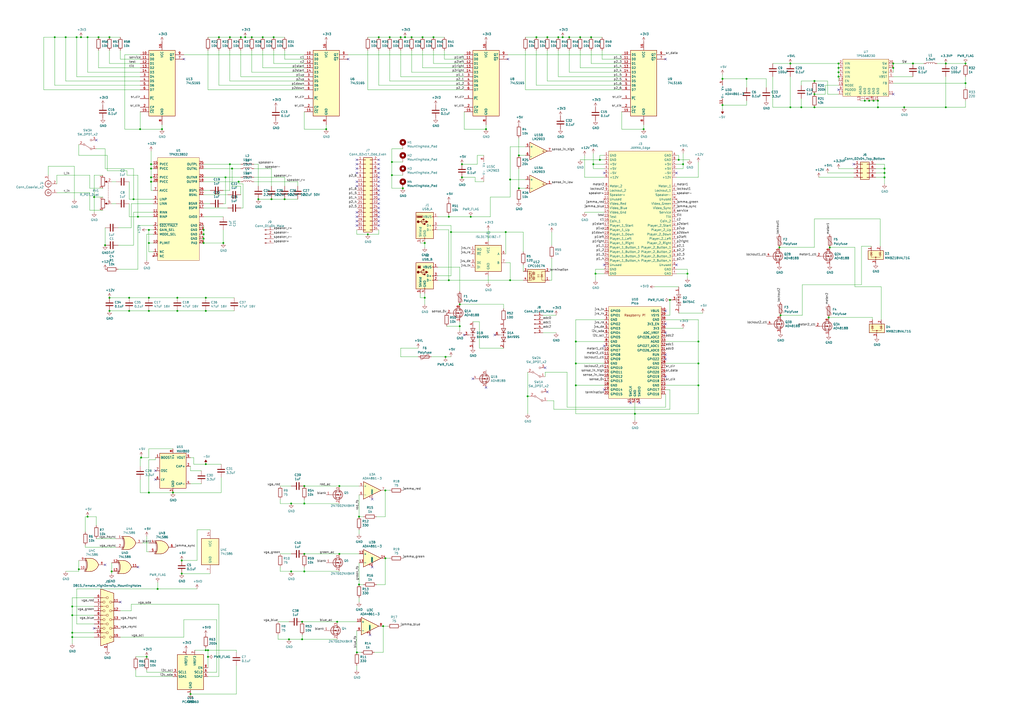
<source format=kicad_sch>
(kicad_sch (version 20211123) (generator eeschema)
  (paper "A2")
  (title_block (title "TD-IO"))
  (junction (at 87.63 105.41))
  (junction (at 273.05 125.73))
  (junction (at 120.65 381))
  (junction (at 311.15 21.59))
  (junction (at 419.1 60.96))
  (junction (at 342.9 21.59))
  (junction (at 31.75 21.59))
  (junction (at 157.48 115.57))
  (junction (at 323.85 21.59))
  (junction (at 560.07 48.26))
  (junction (at 347.98 92.71))
  (junction (at 334.01 198.12))
  (junction (at 120.65 377.19))
  (junction (at 472.44 46.99))
  (junction (at 330.2 21.59))
  (junction (at 393.7 92.71))
  (junction (at 334.01 210.82))
  (junction (at 86.36 140.97))
  (junction (at 119.38 180.34))
  (junction (at 227.33 101.6))
  (junction (at 41.91 369.57))
  (junction (at 486.41 41.91))
  (junction (at 175.26 360.68))
  (junction (at 368.3 240.03))
  (junction (at 405.13 223.52))
  (junction (at 176.53 281.94))
  (junction (at 196.85 321.31))
  (junction (at 77.47 115.57))
  (junction (at 504.19 58.42))
  (junction (at 87.63 97.79))
  (junction (at 168.91 292.1))
  (junction (at 234.95 21.59))
  (junction (at 74.93 180.34))
  (junction (at 452.12 143.51))
  (junction (at 306.07 229.87))
  (junction (at 458.47 36.83))
  (junction (at 195.58 360.68))
  (junction (at 86.36 172.72))
  (junction (at 86.36 285.75))
  (junction (at 105.41 332.74))
  (junction (at 213.36 135.89))
  (junction (at 219.71 21.59))
  (junction (at 326.39 21.59))
  (junction (at 133.35 95.25))
  (junction (at 266.7 176.53))
  (junction (at 266.7 189.23))
  (junction (at 208.28 299.72))
  (junction (at 260.35 162.56))
  (junction (at 295.91 104.14))
  (junction (at 119.38 269.24))
  (junction (at 524.51 62.23))
  (junction (at 506.73 58.42))
  (junction (at 102.87 172.72))
  (junction (at 509.27 58.42))
  (junction (at 138.43 105.41))
  (junction (at 396.24 95.25))
  (junction (at 130.81 102.87))
  (junction (at 300.99 90.17))
  (junction (at 548.64 36.83))
  (junction (at 518.16 39.37))
  (junction (at 86.36 180.34))
  (junction (at 81.915 265.43))
  (junction (at 149.86 115.57))
  (junction (at 267.97 95.25))
  (junction (at 85.09 381))
  (junction (at 227.33 93.98))
  (junction (at 261.62 134.62))
  (junction (at 63.5 180.34))
  (junction (at 472.44 62.23))
  (junction (at 118.11 140.97))
  (junction (at 238.76 21.59))
  (junction (at 501.65 58.42))
  (junction (at 50.8 299.72))
  (junction (at 345.44 158.75))
  (junction (at 176.53 321.31))
  (junction (at 41.91 356.87))
  (junction (at 119.38 172.72))
  (junction (at 54.61 114.3))
  (junction (at 165.1 115.57))
  (junction (at 208.28 339.09))
  (junction (at 336.55 21.59))
  (junction (at 260.35 125.73))
  (junction (at 560.07 36.83))
  (junction (at 258.445 207.01))
  (junction (at 223.52 284.48))
  (junction (at 472.44 54.61))
  (junction (at 293.37 134.62))
  (junction (at 118.11 133.35))
  (junction (at 509.27 62.23))
  (junction (at 45.72 330.2))
  (junction (at 281.94 74.93))
  (junction (at 373.38 74.93))
  (junction (at 152.4 21.59))
  (junction (at 133.35 21.59))
  (junction (at 38.1 21.59))
  (junction (at 464.82 62.23))
  (junction (at 245.11 21.59))
  (junction (at 87.63 102.87))
  (junction (at 246.38 140.97))
  (junction (at 196.85 281.94))
  (junction (at 81.28 74.93))
  (junction (at 146.05 21.59))
  (junction (at 419.1 45.72))
  (junction (at 481.33 143.51))
  (junction (at 41.91 367.03))
  (junction (at 317.5 21.59))
  (junction (at 110.49 402.59))
  (junction (at 41.91 351.79))
  (junction (at 405.13 210.82))
  (junction (at 207.01 378.46))
  (junction (at 334.01 223.52))
  (junction (at 74.93 172.72))
  (junction (at 91.44 341.63))
  (junction (at 100.33 285.75))
  (junction (at 513.08 97.79))
  (junction (at 548.64 62.23))
  (junction (at 300.99 109.22))
  (junction (at 119.38 377.19))
  (junction (at 87.63 95.25))
  (junction (at 452.755 182.88))
  (junction (at 222.25 363.22))
  (junction (at 518.16 36.83))
  (junction (at 158.75 21.59))
  (junction (at 105.41 325.12))
  (junction (at 50.8 21.59))
  (junction (at 513.08 102.87))
  (junction (at 233.68 109.22))
  (junction (at 64.77 331.47))
  (junction (at 118.11 135.89))
  (junction (at 486.41 44.45))
  (junction (at 168.91 331.47))
  (junction (at 189.23 74.93))
  (junction (at 80.01 125.73))
  (junction (at 63.5 21.59))
  (junction (at 480.695 184.15))
  (junction (at 118.11 138.43))
  (junction (at 102.87 180.34))
  (junction (at 167.64 370.84))
  (junction (at 388.62 173.99))
  (junction (at 57.15 21.59))
  (junction (at 134.62 97.79))
  (junction (at 46.99 21.59))
  (junction (at 529.59 36.83))
  (junction (at 344.17 95.25))
  (junction (at 176.53 331.47))
  (junction (at 433.07 45.72))
  (junction (at 175.26 370.84))
  (junction (at 486.41 36.83))
  (junction (at 226.06 21.59))
  (junction (at 232.41 21.59))
  (junction (at 129.54 140.97))
  (junction (at 486.41 39.37))
  (junction (at 63.5 172.72))
  (junction (at 44.45 21.59))
  (junction (at 295.91 162.56))
  (junction (at 267.97 102.87))
  (junction (at 223.52 323.85))
  (junction (at 513.08 100.33))
  (junction (at 142.24 21.59))
  (junction (at 139.7 21.59))
  (junction (at 127 21.59))
  (junction (at 246.38 172.72))
  (junction (at 405.13 198.12))
  (junction (at 458.47 62.23))
  (junction (at 86.36 133.35))
  (junction (at 176.53 292.1))
  (junction (at 398.78 158.75))
  (junction (at 93.98 74.93))
  (junction (at 251.46 21.59))
  (junction (at 60.96 142.24))
  (no_connect (at 495.3 95.25))
  (no_connect (at 219.71 123.19))
  (no_connect (at 207.01 105.41))
  (no_connect (at 219.71 107.95))
  (no_connect (at 386.08 208.28))
  (no_connect (at 392.43 100.33))
  (no_connect (at 350.52 153.67))
  (no_connect (at 106.68 34.29))
  (no_connect (at 317.5 227.33))
  (no_connect (at 219.71 100.33))
  (no_connect (at 207.01 130.81))
  (no_connect (at 365.76 233.68))
  (no_connect (at 370.84 233.68))
  (no_connect (at 219.71 118.11))
  (no_connect (at 219.71 130.81))
  (no_connect (at 350.52 226.06))
  (no_connect (at 350.52 200.66))
  (no_connect (at 219.71 95.25))
  (no_connect (at 90.17 273.05))
  (no_connect (at 90.17 278.13))
  (no_connect (at 386.08 218.44))
  (no_connect (at 287.02 194.31))
  (no_connect (at 386.08 193.04))
  (no_connect (at 215.9 328.93))
  (no_connect (at 386.08 205.74))
  (no_connect (at 80.01 328.93))
  (no_connect (at 219.71 102.87))
  (no_connect (at 54.61 364.49))
  (no_connect (at 392.43 153.67))
  (no_connect (at 207.01 123.19))
  (no_connect (at 219.71 97.79))
  (no_connect (at 386.08 180.34))
  (no_connect (at 219.71 128.27))
  (no_connect (at 269.24 194.31))
  (no_connect (at 219.71 110.49))
  (no_connect (at 294.64 34.29))
  (no_connect (at 215.9 289.56))
  (no_connect (at 219.71 125.73))
  (no_connect (at 207.01 97.79))
  (no_connect (at 386.08 34.29))
  (no_connect (at 207.01 92.71))
  (no_connect (at 207.01 128.27))
  (no_connect (at 350.52 100.33))
  (no_connect (at 69.85 349.25))
  (no_connect (at 207.01 125.73))
  (no_connect (at 274.32 219.71))
  (no_connect (at 281.94 224.79))
  (no_connect (at 486.41 52.07))
  (no_connect (at 316.23 213.36))
  (no_connect (at 219.71 113.03))
  (no_connect (at 207.01 95.25))
  (no_connect (at 214.63 368.3))
  (no_connect (at 518.16 54.61))
  (no_connect (at 60.96 327.66))
  (no_connect (at 219.71 120.65))
  (no_connect (at 219.71 105.41))
  (no_connect (at 386.08 187.96))
  (no_connect (at 219.71 115.57))
  (no_connect (at 219.71 92.71))
  (no_connect (at 207.01 100.33))
  (no_connect (at 207.01 107.95))
  (no_connect (at 55.88 81.28))
  (no_connect (at 201.93 34.29))
  (wire (pts (xy 448.31 62.23) (xy 448.31 44.45)))
  (wire (pts (xy 283.21 160.02) (xy 283.21 163.83)))
  (wire (pts (xy 388.62 237.49) (xy 388.62 226.06)))
  (wire (pts (xy 93.98 72.39) (xy 93.98 74.93)))
  (wire (pts (xy 269.24 49.53) (xy 219.71 49.53)))
  (wire (pts (xy 100.33 392.43) (xy 78.74 392.43)))
  (wire (pts (xy 464.82 46.99) (xy 472.44 46.99)))
  (wire (pts (xy 213.36 135.89) (xy 219.71 135.89)))
  (wire (pts (xy 80.01 125.73) (xy 80.01 101.6)))
  (wire (pts (xy 162.56 331.47) (xy 168.91 331.47)))
  (wire (pts (xy 245.11 39.37) (xy 245.11 29.21)))
  (wire (pts (xy 320.04 142.24) (xy 320.04 134.62)))
  (wire (pts (xy 400.05 92.71) (xy 393.7 92.71)))
  (wire (pts (xy 486.41 41.91) (xy 486.41 39.37)))
  (wire (pts (xy 292.1 176.53) (xy 292.1 179.07)))
  (wire (pts (xy 295.91 114.3) (xy 295.91 104.14)))
  (wire (pts (xy 345.44 162.56) (xy 345.44 158.75)))
  (wire (pts (xy 162.56 292.1) (xy 168.91 292.1)))
  (wire (pts (xy 120.65 381) (xy 120.65 377.19)))
  (wire (pts (xy 165.1 34.29) (xy 165.1 29.21)))
  (wire (pts (xy 269.24 74.93) (xy 281.94 74.93)))
  (wire (pts (xy 304.8 21.59) (xy 311.15 21.59)))
  (wire (pts (xy 513.08 97.79) (xy 513.08 95.25)))
  (wire (pts (xy 458.47 36.83) (xy 486.41 36.83)))
  (wire (pts (xy 125.73 359.41) (xy 125.73 389.89)))
  (wire (pts (xy 513.08 102.87) (xy 513.08 100.33)))
  (wire (pts (xy 334.01 240.03) (xy 334.01 223.52)))
  (wire (pts (xy 405.13 210.82) (xy 405.13 198.12)))
  (wire (pts (xy 81.28 39.37) (xy 57.15 39.37)))
  (wire (pts (xy 119.38 377.19) (xy 113.03 377.19)))
  (wire (pts (xy 133.35 95.25) (xy 139.7 95.25)))
  (wire (pts (xy 347.98 92.71) (xy 347.98 90.17)))
  (wire (pts (xy 222.25 378.46) (xy 222.25 363.22)))
  (wire (pts (xy 81.915 265.43) (xy 81.915 264.795)))
  (wire (pts (xy 472.44 127) (xy 510.54 127)))
  (wire (pts (xy 196.85 321.31) (xy 176.53 321.31)))
  (wire (pts (xy 396.24 190.5) (xy 386.08 190.5)))
  (wire (pts (xy 334.01 198.12) (xy 334.01 210.82)))
  (wire (pts (xy 119.38 180.34) (xy 135.89 180.34)))
  (wire (pts (xy 379.73 166.37) (xy 393.7 166.37)))
  (wire (pts (xy 175.26 368.3) (xy 175.26 370.84)))
  (wire (pts (xy 518.16 48.26) (xy 560.07 48.26)))
  (wire (pts (xy 321.31 237.49) (xy 388.62 237.49)))
  (wire (pts (xy 326.39 21.59) (xy 330.2 21.59)))
  (wire (pts (xy 80.01 156.21) (xy 80.01 130.81)))
  (wire (pts (xy 196.85 281.94) (xy 208.28 281.94)))
  (wire (pts (xy 27.94 96.52) (xy 27.94 101.6)))
  (wire (pts (xy 350.52 223.52) (xy 334.01 223.52)))
  (wire (pts (xy 110.49 270.51) (xy 110.49 273.05)))
  (wire (pts (xy 195.58 360.68) (xy 175.26 360.68)))
  (wire (pts (xy 147.32 102.87) (xy 165.1 102.87)))
  (wire (pts (xy 360.68 49.53) (xy 311.15 49.53)))
  (wire (pts (xy 223.52 299.72) (xy 223.52 284.48)))
  (wire (pts (xy 81.28 44.45) (xy 44.45 44.45)))
  (wire (pts (xy 254 130.81) (xy 261.62 130.81)))
  (wire (pts (xy 54.61 367.03) (xy 41.91 367.03)))
  (wire (pts (xy 87.63 87.63) (xy 87.63 95.25)))
  (wire (pts (xy 176.53 34.29) (xy 165.1 34.29)))
  (wire (pts (xy 118.11 110.49) (xy 121.92 110.49)))
  (wire (pts (xy 344.17 95.25) (xy 344.17 97.79)))
  (wire (pts (xy 349.25 34.29) (xy 349.25 29.21)))
  (wire (pts (xy 336.55 21.59) (xy 342.9 21.59)))
  (wire (pts (xy 86.36 146.05) (xy 86.36 140.97)))
  (wire (pts (xy 189.23 74.93) (xy 176.53 74.93)))
  (wire (pts (xy 168.91 321.31) (xy 162.56 321.31)))
  (wire (pts (xy 120.65 377.19) (xy 119.38 377.19)))
  (wire (pts (xy 55.88 86.36) (xy 60.96 86.36)))
  (wire (pts (xy 243.84 172.72) (xy 246.38 172.72)))
  (wire (pts (xy 120.65 52.07) (xy 120.65 29.21)))
  (wire (pts (xy 31.75 21.59) (xy 38.1 21.59)))
  (wire (pts (xy 139.7 107.95) (xy 134.62 107.95)))
  (wire (pts (xy 100.33 285.75) (xy 128.27 285.75)))
  (wire (pts (xy 486.41 39.37) (xy 486.41 36.83)))
  (wire (pts (xy 81.28 270.51) (xy 81.28 265.43)))
  (wire (pts (xy 452.755 182.88) (xy 465.455 182.88)))
  (wire (pts (xy 472.44 143.51) (xy 472.44 127)))
  (wire (pts (xy 506.095 184.15) (xy 506.095 185.42)))
  (wire (pts (xy 342.9 36.83) (xy 342.9 29.21)))
  (wire (pts (xy 118.11 118.11) (xy 121.92 118.11)))
  (wire (pts (xy 284.48 114.3) (xy 284.48 125.73)))
  (wire (pts (xy 87.63 102.87) (xy 88.9 102.87)))
  (wire (pts (xy 207.01 365.76) (xy 207.01 378.46)))
  (wire (pts (xy 433.07 60.96) (xy 433.07 58.42)))
  (wire (pts (xy 506.73 58.42) (xy 509.27 58.42)))
  (wire (pts (xy 44.45 361.95) (xy 44.45 341.63)))
  (wire (pts (xy 518.16 36.83) (xy 529.59 36.83)))
  (wire (pts (xy 396.24 95.25) (xy 392.43 95.25)))
  (wire (pts (xy 41.91 346.71) (xy 41.91 351.79)))
  (wire (pts (xy 306.07 229.87) (xy 307.34 229.87)))
  (wire (pts (xy 134.62 107.95) (xy 134.62 97.79)))
  (wire (pts (xy 158.75 36.83) (xy 158.75 29.21)))
  (wire (pts (xy 486.41 54.61) (xy 480.06 54.61)))
  (wire (pts (xy 368.3 240.03) (xy 368.3 243.84)))
  (wire (pts (xy 196.85 292.1) (xy 176.53 292.1)))
  (wire (pts (xy 317.5 46.99) (xy 317.5 29.21)))
  (wire (pts (xy 52.07 111.76) (xy 52.07 121.92)))
  (wire (pts (xy 269.24 46.99) (xy 226.06 46.99)))
  (wire (pts (xy 85.09 311.15) (xy 85.09 320.04)))
  (wire (pts (xy 147.32 95.25) (xy 149.86 95.25)))
  (wire (pts (xy 504.19 58.42) (xy 501.65 58.42)))
  (wire (pts (xy 219.71 135.89) (xy 219.71 133.35)))
  (wire (pts (xy 350.52 92.71) (xy 347.98 92.71)))
  (wire (pts (xy 246.38 172.72) (xy 246.38 170.18)))
  (wire (pts (xy 219.71 21.59) (xy 226.06 21.59)))
  (wire (pts (xy 269.24 64.77) (xy 269.24 74.93)))
  (wire (pts (xy 386.08 236.22) (xy 386.08 228.6)))
  (wire (pts (xy 495.935 166.37) (xy 495.935 143.51)))
  (wire (pts (xy 38.1 21.59) (xy 38.1 46.99)))
  (wire (pts (xy 474.98 102.87) (xy 495.3 102.87)))
  (wire (pts (xy 73.66 101.6) (xy 73.66 99.06)))
  (wire (pts (xy 548.64 44.45) (xy 548.64 62.23)))
  (wire (pts (xy 269.24 34.29) (xy 257.81 34.29)))
  (wire (pts (xy 62.23 90.17) (xy 45.72 90.17)))
  (wire (pts (xy 480.695 184.15) (xy 506.095 184.15)))
  (wire (pts (xy 495.935 166.37) (xy 511.175 166.37)))
  (wire (pts (xy 510.54 127) (xy 510.54 142.875)))
  (wire (pts (xy 208.28 309.88) (xy 208.28 307.34)))
  (wire (pts (xy 396.24 88.9) (xy 396.24 95.25)))
  (wire (pts (xy 250.19 207.01) (xy 258.445 207.01)))
  (wire (pts (xy 304.8 52.07) (xy 304.8 29.21)))
  (wire (pts (xy 480.06 46.99) (xy 472.44 46.99)))
  (wire (pts (xy 444.5 45.72) (xy 433.07 45.72)))
  (wire (pts (xy 233.68 86.36) (xy 227.33 86.36)))
  (wire (pts (xy 328.93 215.9) (xy 316.23 215.9)))
  (wire (pts (xy 78.74 392.43) (xy 78.74 388.62)))
  (wire (pts (xy 90.17 265.43) (xy 90.17 266.7)))
  (wire (pts (xy 67.31 317.5) (xy 49.53 317.5)))
  (wire (pts (xy 276.86 95.25) (xy 276.86 90.17)))
  (wire (pts (xy 267.97 102.87) (xy 275.59 102.87)))
  (wire (pts (xy 478.79 54.61) (xy 478.79 49.53)))
  (wire (pts (xy 480.06 54.61) (xy 480.06 46.99)))
  (wire (pts (xy 67.31 118.11) (xy 64.77 118.11)))
  (wire (pts (xy 360.68 74.93) (xy 373.38 74.93)))
  (wire (pts (xy 260.35 162.56) (xy 295.91 162.56)))
  (wire (pts (xy 208.28 339.09) (xy 210.82 339.09)))
  (wire (pts (xy 320.04 162.56) (xy 320.04 149.86)))
  (wire (pts (xy 478.79 49.53) (xy 486.41 49.53)))
  (wire (pts (xy 139.7 44.45) (xy 139.7 29.21)))
  (wire (pts (xy 176.53 52.07) (xy 120.65 52.07)))
  (wire (pts (xy 254 154.94) (xy 266.7 154.94)))
  (wire (pts (xy 261.62 134.62) (xy 293.37 134.62)))
  (wire (pts (xy 86.36 265.43) (xy 86.36 260.35)))
  (wire (pts (xy 125.73 389.89) (xy 120.65 389.89)))
  (wire (pts (xy 134.62 97.79) (xy 139.7 97.79)))
  (wire (pts (xy 208.28 299.72) (xy 210.82 299.72)))
  (wire (pts (xy 232.41 21.59) (xy 234.95 21.59)))
  (wire (pts (xy 77.47 115.57) (xy 88.9 115.57)))
  (wire (pts (xy 135.89 172.72) (xy 119.38 172.72)))
  (wire (pts (xy 76.2 132.08) (xy 68.58 132.08)))
  (wire (pts (xy 433.07 45.72) (xy 419.1 45.72)))
  (wire (pts (xy 49.53 299.72) (xy 50.8 299.72)))
  (wire (pts (xy 560.07 62.23) (xy 560.07 58.42)))
  (wire (pts (xy 161.29 370.84) (xy 167.64 370.84)))
  (wire (pts (xy 219.71 49.53) (xy 219.71 29.21)))
  (wire (pts (xy 254 162.56) (xy 260.35 162.56)))
  (wire (pts (xy 292.1 176.53) (xy 266.7 176.53)))
  (wire (pts (xy 300.99 109.22) (xy 304.8 109.22)))
  (wire (pts (xy 266.7 154.94) (xy 266.7 168.91)))
  (wire (pts (xy 267.97 95.25) (xy 276.86 95.25)))
  (wire (pts (xy 38.1 21.59) (xy 44.45 21.59)))
  (wire (pts (xy 44.45 21.59) (xy 44.45 44.45)))
  (wire (pts (xy 360.68 64.77) (xy 360.68 74.93)))
  (wire (pts (xy 323.85 44.45) (xy 323.85 29.21)))
  (wire (pts (xy 87.63 97.79) (xy 87.63 102.87)))
  (wire (pts (xy 119.38 172.72) (xy 102.87 172.72)))
  (wire (pts (xy 278.13 201.93) (xy 278.13 186.69)))
  (wire (pts (xy 90.17 266.7) (xy 86.36 266.7)))
  (wire (pts (xy 452.12 143.51) (xy 472.44 143.51)))
  (wire (pts (xy 127 392.43) (xy 120.65 392.43)))
  (wire (pts (xy 323.85 21.59) (xy 317.5 21.59)))
  (wire (pts (xy 86.36 172.72) (xy 74.93 172.72)))
  (wire (pts (xy 405.13 198.12) (xy 405.13 185.42)))
  (wire (pts (xy 129.54 140.97) (xy 118.11 140.97)))
  (wire (pts (xy 318.77 162.56) (xy 320.04 162.56)))
  (wire (pts (xy 238.76 41.91) (xy 238.76 29.21)))
  (wire (pts (xy 81.28 34.29) (xy 69.85 34.29)))
  (wire (pts (xy 529.59 36.83) (xy 535.94 36.83)))
  (wire (pts (xy 149.86 115.57) (xy 157.48 115.57)))
  (wire (pts (xy 139.7 21.59) (xy 133.35 21.59)))
  (wire (pts (xy 295.91 162.56) (xy 303.53 162.56)))
  (wire (pts (xy 88.9 133.35) (xy 86.36 133.35)))
  (wire (pts (xy 347.98 92.71) (xy 336.55 92.71)))
  (wire (pts (xy 55.88 304.8) (xy 55.88 299.72)))
  (wire (pts (xy 162.56 289.56) (xy 162.56 292.1)))
  (wire (pts (xy 284.48 125.73) (xy 273.05 125.73)))
  (wire (pts (xy 261.62 160.02) (xy 254 160.02)))
  (wire (pts (xy 176.53 36.83) (xy 158.75 36.83)))
  (wire (pts (xy 88.9 146.05) (xy 86.36 146.05)))
  (wire (pts (xy 129.54 133.35) (xy 129.54 140.97)))
  (wire (pts (xy 283.21 133.35) (xy 283.21 139.7)))
  (wire (pts (xy 334.01 210.82) (xy 350.52 210.82)))
  (wire (pts (xy 114.3 325.12) (xy 114.3 307.34)))
  (wire (pts (xy 458.47 62.23) (xy 464.82 62.23)))
  (wire (pts (xy 72.39 31.75) (xy 81.28 31.75)))
  (wire (pts (xy 44.45 341.63) (xy 91.44 341.63)))
  (wire (pts (xy 152.4 21.59) (xy 158.75 21.59)))
  (wire (pts (xy 105.41 325.12) (xy 114.3 325.12)))
  (wire (pts (xy 207.01 388.62) (xy 207.01 386.08)))
  (wire (pts (xy 140.97 120.65) (xy 140.97 106.68)))
  (wire (pts (xy 518.16 41.91) (xy 518.16 39.37)))
  (wire (pts (xy 81.28 49.53) (xy 31.75 49.53)))
  (wire (pts (xy 138.43 106.68) (xy 138.43 105.41)))
  (wire (pts (xy 64.77 332.74) (xy 64.77 331.47)))
  (wire (pts (xy 147.32 105.41) (xy 172.72 105.41)))
  (wire (pts (xy 76.2 118.11) (xy 76.2 132.08)))
  (wire (pts (xy 207.01 135.89) (xy 207.01 133.35)))
  (wire (pts (xy 54.61 356.87) (xy 41.91 356.87)))
  (wire (pts (xy 118.11 138.43) (xy 118.11 140.97)))
  (wire (pts (xy 50.8 21.59) (xy 50.8 41.91)))
  (wire (pts (xy 69.85 34.29) (xy 69.85 29.21)))
  (wire (pts (xy 165.1 115.57) (xy 172.72 115.57)))
  (wire (pts (xy 129.54 110.49) (xy 133.35 110.49)))
  (wire (pts (xy 513.08 95.25) (xy 508 95.25)))
  (wire (pts (xy 505.46 142.875) (xy 499.745 142.875)))
  (wire (pts (xy 560.07 44.45) (xy 560.07 48.26)))
  (wire (pts (xy 543.56 36.83) (xy 548.64 36.83)))
  (wire (pts (xy 157.48 115.57) (xy 165.1 115.57)))
  (wire (pts (xy 106.68 359.41) (xy 125.73 359.41)))
  (wire (pts (xy 458.47 44.45) (xy 458.47 62.23)))
  (wire (pts (xy 396.24 95.25) (xy 396.24 97.79)))
  (wire (pts (xy 176.53 64.77) (xy 176.53 74.93)))
  (wire (pts (xy 405.13 185.42) (xy 386.08 185.42)))
  (wire (pts (xy 314.96 182.88) (xy 322.58 182.88)))
  (wire (pts (xy 76.2 350.52) (xy 127 350.52)))
  (wire (pts (xy 300.99 90.17) (xy 300.99 80.01)))
  (wire (pts (xy 63.5 21.59) (xy 69.85 21.59)))
  (wire (pts (xy 350.52 123.19) (xy 339.09 123.19)))
  (wire (pts (xy 269.24 52.07) (xy 213.36 52.07)))
  (wire (pts (xy 275.59 105.41) (xy 280.67 105.41)))
  (wire (pts (xy 41.91 351.79) (xy 41.91 356.87)))
  (wire (pts (xy 322.58 193.04) (xy 314.96 193.04)))
  (wire (pts (xy 339.09 90.17) (xy 339.09 102.87)))
  (wire (pts (xy 360.68 39.37) (xy 336.55 39.37)))
  (wire (pts (xy 77.47 142.24) (xy 68.58 142.24)))
  (wire (pts (xy 368.3 240.03) (xy 405.13 240.03)))
  (wire (pts (xy 152.4 39.37) (xy 152.4 29.21)))
  (wire (pts (xy 119.38 375.92) (xy 119.38 377.19)))
  (wire (pts (xy 433.07 50.8) (xy 433.07 45.72)))
  (wire (pts (xy 294.64 31.75) (xy 360.68 31.75)))
  (wire (pts (xy 257.81 34.29) (xy 257.81 29.21)))
  (wire (pts (xy 243.84 170.18) (xy 243.84 172.72)))
  (wire (pts (xy 311.15 49.53) (xy 311.15 29.21)))
  (wire (pts (xy 344.17 95.25) (xy 350.52 95.25)))
  (wire (pts (xy 139.7 120.65) (xy 140.97 120.65)))
  (wire (pts (xy 506.73 58.42) (xy 504.19 58.42)))
  (wire (pts (xy 208.28 287.02) (xy 208.28 299.72)))
  (wire (pts (xy 246.38 140.97) (xy 243.84 140.97)))
  (wire (pts (xy 127 21.59) (xy 133.35 21.59)))
  (wire (pts (xy 295.91 104.14) (xy 304.8 104.14)))
  (wire (pts (xy 149.86 107.95) (xy 149.86 95.25)))
  (wire (pts (xy 93.98 74.93) (xy 81.28 74.93)))
  (wire (pts (xy 67.31 312.42) (xy 55.88 312.42)))
  (wire (pts (xy 328.93 236.22) (xy 386.08 236.22)))
  (wire (pts (xy 138.43 105.41) (xy 139.7 105.41)))
  (wire (pts (xy 405.13 102.87) (xy 392.43 102.87)))
  (wire (pts (xy 195.58 360.68) (xy 207.01 360.68)))
  (wire (pts (xy 293.37 134.62) (xy 303.53 134.62)))
  (wire (pts (xy 328.93 215.9) (xy 328.93 236.22)))
  (wire (pts (xy 146.05 21.59) (xy 152.4 21.59)))
  (wire (pts (xy 54.61 123.19) (xy 54.61 114.3)))
  (wire (pts (xy 419.1 60.96) (xy 419.1 63.5)))
  (wire (pts (xy 87.63 105.41) (xy 88.9 105.41)))
  (wire (pts (xy 360.68 41.91) (xy 330.2 41.91)))
  (wire (pts (xy 388.62 182.88) (xy 388.62 173.99)))
  (wire (pts (xy 316.23 215.9) (xy 316.23 218.44)))
  (wire (pts (xy 405.13 223.52) (xy 405.13 210.82)))
  (wire (pts (xy 118.11 105.41) (xy 138.43 105.41)))
  (wire (pts (xy 54.61 346.71) (xy 41.91 346.71)))
  (wire (pts (xy 444.5 50.8) (xy 444.5 45.72)))
  (wire (pts (xy 119.38 269.24) (xy 112.395 269.24)))
  (wire (pts (xy 33.02 106.68) (xy 33.02 101.6)))
  (wire (pts (xy 25.4 21.59) (xy 31.75 21.59)))
  (wire (pts (xy 360.68 46.99) (xy 317.5 46.99)))
  (wire (pts (xy 85.09 320.04) (xy 86.36 320.04)))
  (wire (pts (xy 110.49 280.67) (xy 116.84 280.67)))
  (wire (pts (xy 246.38 176.53) (xy 246.38 172.72)))
  (wire (pts (xy 54.61 361.95) (xy 44.45 361.95)))
  (wire (pts (xy 259.08 189.23) (xy 266.7 189.23)))
  (wire (pts (xy 245.11 21.59) (xy 251.46 21.59)))
  (wire (pts (xy 524.51 62.23) (xy 509.27 62.23)))
  (wire (pts (xy 74.93 180.34) (xy 86.36 180.34)))
  (wire (pts (xy 226.06 46.99) (xy 226.06 29.21)))
  (wire (pts (xy 398.78 161.29) (xy 398.78 158.75)))
  (wire (pts (xy 87.63 95.25) (xy 87.63 97.79)))
  (wire (pts (xy 43.18 96.52) (xy 43.18 115.57)))
  (wire (pts (xy 486.41 44.45) (xy 486.41 41.91)))
  (wire (pts (xy 495.3 97.79) (xy 486.41 97.79)))
  (wire (pts (xy 77.47 97.79) (xy 60.96 97.79)))
  (wire (pts (xy 269.24 36.83) (xy 251.46 36.83)))
  (wire (pts (xy 176.53 46.99) (xy 133.35 46.99)))
  (wire (pts (xy 458.47 36.83) (xy 448.31 36.83)))
  (wire (pts (xy 472.44 54.61) (xy 478.79 54.61)))
  (wire (pts (xy 127 350.52) (xy 127 392.43)))
  (wire (pts (xy 330.2 41.91) (xy 330.2 29.21)))
  (wire (pts (xy 224.79 363.22) (xy 222.25 363.22)))
  (wire (pts (xy 119.38 180.34) (xy 102.87 180.34)))
  (wire (pts (xy 176.53 44.45) (xy 139.7 44.45)))
  (wire (pts (xy 195.58 370.84) (xy 175.26 370.84)))
  (wire (pts (xy 201.93 31.75) (xy 269.24 31.75)))
  (wire (pts (xy 347.98 90.17) (xy 350.52 90.17)))
  (wire (pts (xy 31.75 21.59) (xy 31.75 49.53)))
  (wire (pts (xy 398.78 156.21) (xy 392.43 156.21)))
  (wire (pts (xy 88.9 140.97) (xy 86.36 140.97)))
  (wire (pts (xy 511.175 166.37) (xy 511.175 185.42)))
  (wire (pts (xy 74.93 118.11) (xy 74.93 125.73)))
  (wire (pts (xy 38.1 331.47) (xy 45.72 331.47)))
  (wire (pts (xy 80.01 125.73) (xy 88.9 125.73)))
  (wire (pts (xy 405.13 93.98) (xy 405.13 102.87)))
  (wire (pts (xy 518.16 36.83) (xy 518.16 39.37)))
  (wire (pts (xy 464.82 62.23) (xy 472.44 62.23)))
  (wire (pts (xy 233.68 93.98) (xy 227.33 93.98)))
  (wire (pts (xy 59.69 101.6) (xy 54.61 101.6)))
  (wire (pts (xy 168.91 281.94) (xy 162.56 281.94)))
  (wire (pts (xy 57.15 21.59) (xy 63.5 21.59)))
  (wire (pts (xy 72.39 31.75) (xy 72.39 74.93)))
  (wire (pts (xy 278.13 186.69) (xy 274.32 186.69)))
  (wire (pts (xy 388.62 226.06) (xy 386.08 226.06)))
  (wire (pts (xy 114.3 341.63) (xy 91.44 341.63)))
  (wire (pts (xy 133.35 46.99) (xy 133.35 29.21)))
  (wire (pts (xy 130.81 118.11) (xy 130.81 102.87)))
  (wire (pts (xy 321.31 232.41) (xy 317.5 232.41)))
  (wire (pts (xy 88.9 135.89) (xy 85.09 135.89)))
  (wire (pts (xy 548.64 62.23) (xy 560.07 62.23)))
  (wire (pts (xy 45.72 325.12) (xy 45.72 330.2)))
  (wire (pts (xy 105.41 332.74) (xy 121.92 332.74)))
  (wire (pts (xy 91.44 341.63) (xy 91.44 337.82)))
  (wire (pts (xy 360.68 52.07) (xy 304.8 52.07)))
  (wire (pts (xy 86.36 180.34) (xy 102.87 180.34)))
  (wire (pts (xy 176.53 289.56) (xy 176.53 292.1)))
  (wire (pts (xy 139.7 113.03) (xy 139.7 107.95)))
  (wire (pts (xy 76.2 354.33) (xy 69.85 354.33)))
  (wire (pts (xy 360.68 34.29) (xy 349.25 34.29)))
  (wire (pts (xy 227.33 93.98) (xy 227.33 101.6)))
  (wire (pts (xy 80.01 101.6) (xy 73.66 101.6)))
  (wire (pts (xy 218.44 339.09) (xy 223.52 339.09)))
  (wire (pts (xy 49.53 308.61) (xy 49.53 299.72)))
  (wire (pts (xy 321.31 237.49) (xy 321.31 232.41)))
  (wire (pts (xy 55.88 299.72) (xy 50.8 299.72)))
  (wire (pts (xy 45.72 83.82) (xy 45.72 90.17)))
  (wire (pts (xy 261.62 134.62) (xy 261.62 160.02)))
  (wire (pts (xy 118.11 113.03) (xy 132.08 113.03)))
  (wire (pts (xy 227.33 86.36) (xy 227.33 93.98)))
  (wire (pts (xy 261.62 130.81) (xy 261.62 134.62)))
  (wire (pts (xy 303.53 146.05) (xy 303.53 134.62)))
  (wire (pts (xy 128.27 276.86) (xy 128.27 285.75)))
  (wire (pts (xy 334.01 185.42) (xy 334.01 198.12)))
  (wire (pts (xy 486.41 46.99) (xy 486.41 44.45)))
  (wire (pts (xy 118.11 138.43) (xy 118.11 135.89)))
  (wire (pts (xy 405.13 240.03) (xy 405.13 223.52)))
  (wire (pts (xy 560.07 48.26) (xy 560.07 50.8)))
  (wire (pts (xy 275.59 102.87) (xy 275.59 105.41)))
  (wire (pts (xy 80.01 130.81) (xy 88.9 130.81)))
  (wire (pts (xy 393.7 92.71) (xy 393.7 90.17)))
  (wire (pts (xy 45.72 331.47) (xy 45.72 330.2)))
  (wire (pts (xy 393.7 90.17) (xy 392.43 90.17)))
  (wire (pts (xy 142.24 21.59) (xy 146.05 21.59)))
  (wire (pts (xy 295.91 85.09) (xy 304.8 85.09)))
  (wire (pts (xy 217.17 378.46) (xy 222.25 378.46)))
  (wire (pts (xy 73.66 99.06) (xy 62.23 99.06)))
  (wire (pts (xy 223.52 339.09) (xy 223.52 323.85)))
  (wire (pts (xy 213.36 52.07) (xy 213.36 29.21)))
  (wire (pts (xy 63.5 36.83) (xy 63.5 29.21)))
  (wire (pts (xy 44.45 21.59) (xy 46.99 21.59)))
  (wire (pts (xy 273.05 125.73) (xy 260.35 125.73)))
  (wire (pts (xy 100.33 389.89) (xy 85.09 389.89)))
  (wire (pts (xy 306.07 215.9) (xy 306.07 229.87)))
  (wire (pts (xy 81.28 46.99) (xy 38.1 46.99)))
  (wire (pts (xy 87.63 105.41) (xy 87.63 110.49)))
  (wire (pts (xy 60.96 132.08) (xy 60.96 142.24)))
  (wire (pts (xy 81.28 74.93) (xy 72.39 74.93)))
  (wire (pts (xy 284.48 114.3) (xy 295.91 114.3)))
  (wire (pts (xy 208.28 349.25) (xy 208.28 346.71)))
  (wire (pts (xy 54.61 114.3) (xy 59.69 114.3)))
  (wire (pts (xy 360.68 44.45) (xy 323.85 44.45)))
  (wire (pts (xy 137.16 377.19) (xy 137.16 378.46)))
  (wire (pts (xy 54.61 369.57) (xy 41.91 369.57)))
  (wire (pts (xy 120.65 377.19) (xy 137.16 377.19)))
  (wire (pts (xy 251.46 21.59) (xy 257.81 21.59)))
  (wire (pts (xy 114.3 307.34) (xy 121.92 307.34)))
  (wire (pts (xy 81.28 285.75) (xy 86.36 285.75)))
  (wire (pts (xy 63.5 172.72) (xy 74.93 172.72)))
  (wire (pts (xy 393.7 92.71) (xy 392.43 92.71)))
  (wire (pts (xy 86.36 260.35) (xy 100.33 260.35)))
  (wire (pts (xy 480.06 100.33) (xy 495.3 100.33)))
  (wire (pts (xy 88.9 123.19) (xy 77.47 123.19)))
  (wire (pts (xy 405.13 223.52) (xy 386.08 223.52)))
  (wire (pts (xy 232.41 44.45) (xy 232.41 29.21)))
  (wire (pts (xy 227.33 109.22) (xy 233.68 109.22)))
  (wire (pts (xy 266.7 189.23) (xy 266.7 186.69)))
  (wire (pts (xy 62.23 99.06) (xy 62.23 90.17)))
  (wire (pts (xy 281.94 74.93) (xy 281.94 72.39)))
  (wire (pts (xy 398.78 158.75) (xy 398.78 156.21)))
  (wire (pts (xy 112.395 265.43) (xy 112.395 269.24)))
  (wire (pts (xy 172.72 105.41) (xy 172.72 107.95)))
  (wire (pts (xy 81.28 52.07) (xy 25.4 52.07)))
  (wire (pts (xy 269.24 41.91) (xy 238.76 41.91)))
  (wire (pts (xy 33.02 111.76) (xy 52.07 111.76)))
  (wire (pts (xy 368.3 240.03) (xy 334.01 240.03)))
  (wire (pts (xy 87.63 102.87) (xy 87.63 105.41)))
  (wire (pts (xy 33.02 101.6) (xy 52.07 101.6)))
  (wire (pts (xy 165.1 102.87) (xy 165.1 107.95)))
  (wire (pts (xy 396.24 97.79) (xy 392.43 97.79)))
  (wire (pts (xy 162.56 328.93) (xy 162.56 331.47)))
  (wire (pts (xy 118.11 133.35) (xy 118.11 135.89)))
  (wire (pts (xy 386.08 182.88) (xy 388.62 182.88)))
  (wire (pts (xy 293.37 152.4) (xy 295.91 152.4)))
  (wire (pts (xy 120.65 21.59) (xy 127 21.59)))
  (wire (pts (xy 368.3 233.68) (xy 368.3 240.03)))
  (wire (pts (xy 393.7 181.61) (xy 407.67 181.61)))
  (wire (pts (xy 167.64 360.68) (xy 161.29 360.68)))
  (wire (pts (xy 81.28 36.83) (xy 63.5 36.83)))
  (wire (pts (xy 213.36 135.89) (xy 207.01 135.89)))
  (wire (pts (xy 85.09 381) (xy 78.74 381)))
  (wire (pts (xy 81.28 278.13) (xy 81.28 285.75)))
  (wire (pts (xy 86.36 172.72) (xy 102.87 172.72)))
  (wire (pts (xy 518.16 44.45) (xy 529.59 44.45)))
  (wire (pts (xy 41.91 367.03) (xy 41.91 369.57)))
  (wire (pts (xy 513.08 100.33) (xy 508 100.33)))
  (wire (pts (xy 342.9 21.59) (xy 349.25 21.59)))
  (wire (pts (xy 300.99 109.22) (xy 300.99 97.79)))
  (wire (pts (xy 74.93 115.57) (xy 77.47 115.57)))
  (wire (pts (xy 118.11 97.79) (xy 134.62 97.79)))
  (wire (pts (xy 419.1 60.96) (xy 433.07 60.96)))
  (wire (pts (xy 139.7 21.59) (xy 142.24 21.59)))
  (wire (pts (xy 74.93 105.41) (xy 74.93 115.57)))
  (wire (pts (xy 81.28 64.77) (xy 81.28 74.93)))
  (wire (pts (xy 304.8 90.17) (xy 300.99 90.17)))
  (wire (pts (xy 405.13 210.82) (xy 386.08 210.82)))
  (wire (pts (xy 176.53 292.1) (xy 168.91 292.1)))
  (wire (pts (xy 465.455 165.1) (xy 465.455 182.88)))
  (wire (pts (xy 513.08 97.79) (xy 508 97.79)))
  (wire (pts (xy 86.36 140.97) (xy 86.36 133.35)))
  (wire (pts (xy 86.36 266.7) (xy 86.36 285.75)))
  (wire (pts (xy 495.935 143.51) (xy 481.33 143.51)))
  (wire (pts (xy 161.29 368.3) (xy 161.29 370.84)))
  (wire (pts (xy 218.44 299.72) (xy 223.52 299.72)))
  (wire (pts (xy 176.53 331.47) (xy 168.91 331.47)))
  (wire (pts (xy 208.28 326.39) (xy 208.28 339.09)))
  (wire (pts (xy 278.13 201.93) (xy 292.1 201.93)))
  (wire (pts (xy 118.11 95.25) (xy 133.35 95.25)))
  (wire (pts (xy 74.93 125.73) (xy 80.01 125.73)))
  (wire (pts (xy 64.77 331.47) (xy 64.77 326.39)))
  (wire (pts (xy 118.11 102.87) (xy 130.81 102.87)))
  (wire (pts (xy 232.41 201.93) (xy 242.57 201.93)))
  (wire (pts (xy 118.11 130.81) (xy 118.11 133.35)))
  (wire (pts (xy 52.07 121.92) (xy 59.69 121.92)))
  (wire (pts (xy 501.65 58.42) (xy 499.11 58.42)))
  (wire (pts (xy 513.08 102.87) (xy 513.08 106.68)))
  (wire (pts (xy 499.745 165.1) (xy 465.455 165.1)))
  (wire (pts (xy 60.96 97.79) (xy 60.96 86.36)))
  (wire (pts (xy 81.915 265.43) (xy 86.36 265.43)))
  (wire (pts (xy 130.81 102.87) (xy 139.7 102.87)))
  (wire (pts (xy 269.24 44.45) (xy 232.41 44.45)))
  (wire (pts (xy 227.33 101.6) (xy 227.33 109.22)))
  (wire (pts (xy 513.08 102.87) (xy 508 102.87)))
  (wire (pts (xy 129.54 118.11) (xy 130.81 118.11)))
  (wire (pts (xy 52.07 109.22) (xy 59.69 109.22)))
  (wire (pts (xy 254 125.73) (xy 260.35 125.73)))
  (wire (pts (xy 266.7 189.23) (xy 266.7 191.77)))
  (wire (pts (xy 176.53 31.75) (xy 106.68 31.75)))
  (wire (pts (xy 373.38 72.39) (xy 373.38 74.93)))
  (wire (pts (xy 350.52 198.12) (xy 334.01 198.12)))
  (wire (pts (xy 86.36 285.75) (xy 100.33 285.75)))
  (wire (pts (xy 464.82 57.15) (xy 464.82 62.23)))
  (wire (pts (xy 176.53 328.93) (xy 176.53 331.47)))
  (wire (pts (xy 339.09 102.87) (xy 350.52 102.87)))
  (wire (pts (xy 189.23 72.39) (xy 189.23 74.93)))
  (wire (pts (xy 110.49 273.05) (xy 116.84 273.05)))
  (wire (pts (xy 63.5 180.34) (xy 74.93 180.34)))
  (wire (pts (xy 68.58 156.21) (xy 80.01 156.21)))
  (wire (pts (xy 41.91 356.87) (xy 41.91 367.03)))
  (wire (pts (xy 118.11 120.65) (xy 132.08 120.65)))
  (wire (pts (xy 196.85 321.31) (xy 208.28 321.31)))
  (wire (pts (xy 350.52 185.42) (xy 334.01 185.42)))
  (wire (pts (xy 110.49 265.43) (xy 112.395 265.43)))
  (wire (pts (xy 118.11 125.73) (xy 129.54 125.73)))
  (wire (pts (xy 158.75 21.59) (xy 165.1 21.59)))
  (wire (pts (xy 196.85 281.94) (xy 176.53 281.94)))
  (wire (pts (xy 472.44 62.23) (xy 509.27 62.23)))
  (wire (pts (xy 246.38 143.51) (xy 246.38 140.97)))
  (wire (pts (xy 330.2 21.59) (xy 336.55 21.59)))
  (wire (pts (xy 360.68 36.83) (xy 342.9 36.83)))
  (wire (pts (xy 398.78 158.75) (xy 392.43 158.75)))
  (wire (pts (xy 82.55 314.96) (xy 86.36 314.96)))
  (wire (pts (xy 344.17 88.9) (xy 344.17 95.25)))
  (wire (pts (xy 106.68 369.57) (xy 106.68 359.41)))
  (wire (pts (xy 311.15 21.59) (xy 317.5 21.59)))
  (wire (pts (xy 41.91 369.57) (xy 41.91 373.38)))
  (wire (pts (xy 227.33 101.6) (xy 233.68 101.6)))
  (wire (pts (xy 226.06 323.85) (xy 223.52 323.85)))
  (wire (pts (xy 295.91 152.4) (xy 295.91 162.56)))
  (wire (pts (xy 43.18 96.52) (xy 27.94 96.52)))
  (wire (pts (xy 76.2 350.52) (xy 76.2 354.33)))
  (wire (pts (xy 560.07 36.83) (xy 548.64 36.83)))
  (wire (pts (xy 207.01 378.46) (xy 209.55 378.46)))
  (wire (pts (xy 57.15 39.37) (xy 57.15 29.21)))
  (wire (pts (xy 260.35 162.56) (xy 260.35 133.35)))
  (wire (pts (xy 260.35 125.73) (xy 260.35 124.46)))
  (wire (pts (xy 276.86 90.17) (xy 280.67 90.17)))
  (wire (pts (xy 251.46 36.83) (xy 251.46 29.21)))
  (wire (pts (xy 157.48 97.79) (xy 157.48 107.95)))
  (wire (pts (xy 334.01 223.52) (xy 334.01 210.82)))
  (wire (pts (xy 323.85 21.59) (xy 326.39 21.59)))
  (wire (pts (xy 405.13 198.12) (xy 386.08 198.12)))
  (wire (pts (xy 87.63 97.79) (xy 88.9 97.79)))
  (wire (pts (xy 81.28 41.91) (xy 50.8 41.91)))
  (wire (pts (xy 77.47 123.19) (xy 77.47 142.24)))
  (wire (pts (xy 226.06 284.48) (xy 223.52 284.48)))
  (wire (pts (xy 232.41 21.59) (xy 226.06 21.59)))
  (wire (pts (xy 81.28 265.43) (xy 81.915 265.43)))
  (wire (pts (xy 258.445 207.01) (xy 261.62 207.01)))
  (wire (pts (xy 127 49.53) (xy 127 29.21)))
  (wire (pts (xy 140.97 106.68) (xy 138.43 106.68)))
  (wire (pts (xy 336.55 39.37) (xy 336.55 29.21)))
  (wire (pts (xy 85.09 389.89) (xy 85.09 388.62)))
  (wire (pts (xy 87.63 95.25) (xy 88.9 95.25)))
  (wire (pts (xy 293.37 147.32) (xy 293.37 134.62)))
  (wire (pts (xy 295.91 104.14) (xy 295.91 85.09)))
  (wire (pts (xy 54.61 101.6) (xy 54.61 114.3)))
  (wire (pts (xy 196.85 331.47) (xy 176.53 331.47)))
  (wire (pts (xy 77.47 115.57) (xy 77.47 97.79)))
  (wire (pts (xy 260.35 133.35) (xy 254 133.35)))
  (wire (pts (xy 175.26 370.84) (xy 167.64 370.84)))
  (wire (pts (xy 176.53 41.91) (xy 146.05 41.91)))
  (wire (pts (xy 509.27 62.23) (xy 509.27 58.42)))
  (wire (pts (xy 232.41 201.93) (xy 232.41 207.01)))
  (wire (pts (xy 137.16 402.59) (xy 137.16 386.08)))
  (wire (pts (xy 419.1 45.72) (xy 419.1 43.18)))
  (wire (pts (xy 110.49 402.59) (xy 137.16 402.59)))
  (wire (pts (xy 133.35 110.49) (xy 133.35 95.25)))
  (wire (pts (xy 46.99 21.59) (xy 50.8 21.59)))
  (wire (pts (xy 464.82 49.53) (xy 464.82 46.99)))
  (wire (pts (xy 303.53 153.67) (xy 303.53 157.48)))
  (wire (pts (xy 499.745 142.875) (xy 499.745 165.1)))
  (wire (pts (xy 50.8 21.59) (xy 57.15 21.59)))
  (wire (pts (xy 345.44 156.21) (xy 350.52 156.21)))
  (wire (pts (xy 25.4 21.59) (xy 25.4 52.07)))
  (wire (pts (xy 176.53 49.53) (xy 127 49.53)))
  (wire (pts (xy 52.07 101.6) (xy 52.07 109.22)))
  (wire (pts (xy 548.64 62.23) (xy 524.51 62.23)))
  (wire (pts (xy 344.17 97.79) (xy 350.52 97.79)))
  (wire (pts (xy 345.44 158.75) (xy 345.44 156.21)))
  (wire (pts (xy 213.36 21.59) (xy 219.71 21.59)))
  (wire (pts (xy 146.05 41.91) (xy 146.05 29.21)))
  (wire (pts (xy 306.07 229.87) (xy 306.07 240.03)))
  (wire (pts (xy 85.09 135.89) (xy 85.09 151.13)))
  (wire (pts (xy 87.63 110.49) (xy 88.9 110.49)))
  (wire (pts (xy 147.32 97.79) (xy 157.48 97.79)))
  (wire (pts (xy 238.76 21.59) (xy 245.11 21.59)))
  (wire (pts (xy 234.95 21.59) (xy 238.76 21.59)))
  (wire (pts (xy 513.08 100.33) (xy 513.08 97.79)))
  (wire (pts (xy 86.36 133.35) (xy 85.09 133.35)))
  (wire (pts (xy 269.24 39.37) (xy 245.11 39.37)))
  (wire (pts (xy 458.47 62.23) (xy 448.31 62.23)))
  (wire (pts (xy 232.41 207.01) (xy 242.57 207.01)))
  (wire (pts (xy 49.53 317.5) (xy 49.53 316.23)))
  (wire (pts (xy 54.61 351.79) (xy 41.91 351.79)))
  (wire (pts (xy 69.85 369.57) (xy 106.68 369.57)))
  (wire (pts (xy 67.31 105.41) (xy 64.77 105.41)))
  (wire (pts (xy 128.27 269.24) (xy 119.38 269.24)))
  (wire (pts (xy 88.9 118.11) (xy 76.2 118.11)))
  (wire (pts (xy 345.44 158.75) (xy 350.52 158.75)))
  (wire (pts (xy 120.65 387.35) (xy 120.65 381)))
  (wire (pts (xy 176.53 39.37) (xy 152.4 39.37)))
  (label "c2" (at 392.43 128.27 0))
  (label "p1_5" (at 207.01 113.03 180))
  (label "vga_hsync" (at 67.31 312.42 180))
  (label "sr_clr" (at 386.08 213.36 0))
  (label "speaker_r-" (at 158.75 138.43 0))
  (label "p1_5" (at 360.68 44.45 180))
  (label "p1left" (at 269.24 34.29 180))
  (label "vga_hsync" (at 69.85 359.41 0))
  (label "blank" (at 82.55 314.96 0))
  (label "jvs_re" (at 350.52 187.96 180))
  (label "speaker-" (at 392.43 113.03 0))
  (label "p2_4" (at 360.68 41.91 180))
  (label "adc2" (at 386.08 195.58 0))
  (label "red_fb" (at 208.28 295.91 90))
  (label "i2c_sda" (at 350.52 193.04 180))
  (label "jamma_blue" (at 232.41 363.22 0))
  (label "green_ac" (at 185.42 321.31 0))
  (label "p1_4" (at 350.52 151.13 180))
  (label "test" (at 350.52 125.73 180))
  (label "p1_3" (at 350.52 148.59 180))
  (label "sr_clk" (at 269.24 62.23 180))
  (label "speaker+" (at 158.75 140.97 0))
  (label "sr_clk" (at 386.08 220.98 0))
  (label "sr_clr" (at 360.68 57.15 180))
  (label "jvs_rx" (at 273.05 144.78 180))
  (label "vga_red" (at 162.56 281.94 180))
  (label "i2c_scl" (at 100.33 389.89 180))
  (label "blank" (at 189.23 287.02 180))
  (label "p2_6" (at 360.68 52.07 180))
  (label "vga_sda" (at 80.01 350.52 0))
  (label "lockout2" (at 350.52 110.49 180))
  (label "i2c_scl" (at 350.52 195.58 180))
  (label "jvs_re" (at 273.05 147.32 180))
  (label "blue_ac" (at 185.42 360.68 0))
  (label "lockout1_ctl" (at 350.52 208.28 180))
  (label "adc0" (at 314.96 185.42 0))
  (label "p1_4" (at 207.01 115.57 180))
  (label "p2start" (at 392.43 130.81 0))
  (label "sense_in_low" (at 320.04 106.68 0))
  (label "lockout1_ctl" (at 444.5 148.59 180))
  (label "blue_fb" (at 207.01 375.92 90))
  (label "p1_2" (at 350.52 146.05 180))
  (label "p2_4" (at 392.43 151.13 0))
  (label "vga_blue" (at 54.61 359.41 180))
  (label "jamma_red" (at 350.52 118.11 180))
  (label "sr_clk" (at 81.28 62.23 180))
  (label "lockout2_ctl" (at 350.52 213.36 180))
  (label "sr_data" (at 386.08 215.9 0))
  (label "sr_clr" (at 176.53 57.15 180))
  (label "speaker-" (at 153.67 97.79 0))
  (label "p2right" (at 392.43 140.97 0))
  (label "lockout1" (at 392.43 110.49 0))
  (label "c1" (at 176.53 34.29 180))
  (label "p1_1" (at 350.52 143.51 180))
  (label "p2start" (at 176.53 41.91 180))
  (label "c2" (at 176.53 36.83 180))
  (label "sense_in_high" (at 350.52 215.9 180))
  (label "p2down" (at 176.53 52.07 180))
  (label "lockout2" (at 452.755 175.26 90))
  (label "test" (at 74.93 36.83 0))
  (label "p2down" (at 392.43 135.89 0))
  (label "p1_6" (at 360.68 49.53 180))
  (label "p1_3" (at 360.68 34.29 180))
  (label "p1_2" (at 269.24 49.53 180))
  (label "p1down" (at 350.52 135.89 180))
  (label "vga_scl" (at 76.2 369.57 0))
  (label "service" (at 392.43 123.19 0))
  (label "termination" (at 318.77 157.48 0))
  (label "vga_vsync" (at 69.85 364.49 0))
  (label "meter2" (at 350.52 107.95 180))
  (label "vga_vsync" (at 67.31 317.5 180))
  (label "speaker-" (at 158.75 135.89 0))
  (label "sr_clr" (at 81.28 57.15 180))
  (label "vga_green" (at 54.61 354.33 180))
  (label "r_in" (at 36.83 111.76 0))
  (label "sense_0v" (at 350.52 220.98 180))
  (label "l_in" (at 36.83 101.6 0))
  (label "meter1" (at 481.33 135.89 90))
  (label "lockout1" (at 452.12 135.89 90))
  (label "p1up" (at 350.52 133.35 180))
  (label "p2left" (at 392.43 138.43 0))
  (label "meter1_ctl" (at 473.71 148.59 180))
  (label "p1right" (at 269.24 39.37 180))
  (label "service" (at 74.93 34.29 0))
  (label "blank" (at 187.96 365.76 180))
  (label "p2_2" (at 392.43 146.05 0))
  (label "p2_5" (at 207.01 120.65 180))
  (label "speaker_r-" (at 158.75 102.87 0))
  (label "p2_5" (at 360.68 46.99 180))
  (label "p2left" (at 269.24 36.83 180))
  (label "p2up" (at 392.43 133.35 0))
  (label "adc1" (at 314.96 187.96 0))
  (label "red_ac" (at 185.42 281.94 0))
  (label "vga_green" (at 162.56 321.31 180))
  (label "blank" (at 189.23 326.39 180))
  (label "speaker+" (at 350.52 113.03 180))
  (label "p1_1" (at 269.24 44.45 180))
  (label "jvs_tx" (at 350.52 180.34 180))
  (label "SW" (at 523.24 36.83 0))
  (label "p1_6" (at 207.01 110.49 180))
  (label "sr_data" (at 386.08 31.75 0))
  (label "adc0" (at 386.08 203.2 0))
  (label "jvs_tx" (at 273.05 154.94 180))
  (label "lockout2_ctl" (at 445.135 187.96 180))
  (label "adc2" (at 314.96 190.5 0))
  (label "p2_2" (at 269.24 52.07 180))
  (label "sense_in_low" (at 350.52 218.44 180))
  (label "c1" (at 350.52 128.27 180))
  (label "p1left" (at 350.52 138.43 180))
  (label "meter2_ctl" (at 473.075 189.23 180))
  (label "vga_red" (at 54.61 349.25 180))
  (label "p1start" (at 350.52 130.81 180))
  (label "p2_4" (at 207.01 118.11 180))
  (label "speaker_r+" (at 158.75 133.35 0))
  (label "sense_in_high" (at 320.04 87.63 0))
  (label "meter1" (at 392.43 107.95 0))
  (label "meter1_ctl" (at 350.52 203.2 180))
  (label "vga_blue" (at 161.29 360.68 180))
  (label "jvs_rx" (at 350.52 182.88 180))
  (label "jamma_green" (at 392.43 118.11 0))
  (label "p1right" (at 350.52 140.97 180))
  (label "p2_6" (at 207.01 102.87 180))
  (label "jamma_green" (at 233.68 323.85 0))
  (label "sr_clk" (at 360.68 62.23 180))
  (label "termination" (at 350.52 228.6 180))
  (label "p2right" (at 269.24 41.91 180))
  (label "meter2" (at 480.695 176.53 90))
  (label "p1_4" (at 360.68 39.37 180))
  (label "p1up" (at 176.53 44.45 180))
  (label "i2c_sda" (at 100.33 392.43 180))
  (label "sr_clr" (at 269.24 57.15 180))
  (label "tilt" (at 74.93 39.37 0))
  (label "tilt" (at 392.43 125.73 0))
  (label "speaker_r+" (at 166.37 105.41 0))
  (label "jamma_sync" (at 392.43 120.65 0))
  (label "jvs_de" (at 350.52 190.5 180))
  (label "jamma_red" (at 233.68 284.48 0))
  (label "speaker+" (at 149.86 95.25 0))
  (label "p2_1" (at 392.43 143.51 0))
  (label "meter2_ctl" (at 350.52 205.74 180))
  (label "p2_1" (at 269.24 46.99 180))
  (label "jvs_de" (at 273.05 152.4 180))
  (label "sr_clk" (at 176.53 62.23 180))
  (label "p1start" (at 176.53 39.37 180))
  (label "p2_3" (at 392.43 148.59 0))
  (label "sense_0v" (at 259.08 181.61 180))
  (label "jamma_sync" (at 101.6 317.5 0))
  (label "p2up" (at 176.53 46.99 180))
  (label "p2_3" (at 360.68 36.83 180))
  (label "adc1" (at 386.08 200.66 0))
  (label "green_fb" (at 208.28 336.55 90))
  (label "p1down" (at 176.53 49.53 180))
  (label "jamma_blue" (at 350.52 120.65 180))
  (symbol (lib_id "td-io:JAMMA_Edge") (at 353.06 87.63 0) (unit 1)
    (property "Reference" "J3" (at 371.475 83.439 0))
    (property "Value" "JAMMA_Edge" (at 371.475 85.7504 0))
    (property "Footprint" "td-io:JAMMA" (effects hide))
  )
  (symbol (lib_id "power:GND") (at 336.55 92.71 0) (unit 1)
    (property "Reference" "#PWR0101" (effects hide))
    (property "Value" "GND" (at 336.677 97.1042 0))
  )
  (symbol (lib_id "power:GND") (at 400.05 92.71 0) (unit 1)
    (property "Reference" "#PWR0102" (effects hide))
    (property "Value" "GND" (at 400.177 97.1042 0))
  )
  (symbol (lib_id "power:+12V") (at 339.09 90.17 0) (unit 1)
    (property "Reference" "#PWR0107" (effects hide))
    (property "Value" "+12V" (at 339.471 85.7758 0))
  )
  (symbol (lib_id "power:+12V") (at 405.13 93.98 0) (unit 1)
    (property "Reference" "#PWR0108" (effects hide))
    (property "Value" "+12V" (at 405.511 89.5858 0))
  )
  (symbol (lib_id "power:GND") (at 345.44 162.56 0) (unit 1)
    (property "Reference" "#PWR0109" (effects hide))
    (property "Value" "GND" (at 345.567 166.9542 0))
  )
  (symbol (lib_id "power:GND") (at 398.78 161.29 0) (unit 1)
    (property "Reference" "#PWR0110" (effects hide))
    (property "Value" "GND" (at 398.907 165.6842 0))
  )
  (symbol (lib_id "Connector:USB_A") (at 246.38 130.81 0) (unit 1)
    (property "Reference" "J1" (at 247.8278 118.9482 0))
    (property "Value" "USB_A" (at 247.8278 121.2596 0))
    (property "Footprint" "Connector_USB:USB_A_Molex_67643_Horizontal" (effects hide))
    (property "Datasheet" " ~" (effects hide))
    (property "Digikey" "SAM10870-ND" (effects hide))
  )
  (symbol (lib_id "Connector:USB_B") (at 246.38 160.02 0) (unit 1)
    (property "Reference" "J2" (at 247.8278 148.1582 0))
    (property "Value" "USB_B" (at 247.8278 150.4696 0))
    (property "Footprint" "Connector_USB:USB_B_OST_USB-B1HSxx_Horizontal" (effects hide))
    (property "Datasheet" " ~" (effects hide))
    (property "Digikey" "SAM10873-ND" (effects hide))
  )
  (symbol (lib_id "Device:C") (at 433.07 54.61 0) (unit 1)
    (property "Reference" "C6" (at 435.991 53.4416 0) (effects (justify left)))
    (property "Value" "0.1uF" (at 435.991 55.753 0) (effects (justify left)))
    (property "Footprint" "Capacitor_SMD:C_0805_2012Metric" (effects hide))
    (property "Digikey" "1276-2444-1-ND" (effects hide))
  )
  (symbol (lib_id "power:GND") (at 246.38 143.51 0) (unit 1)
    (property "Reference" "#PWR0111" (effects hide))
    (property "Value" "GND" (at 246.507 147.9042 0))
  )
  (symbol (lib_id "power:GND") (at 246.38 176.53 0) (unit 1)
    (property "Reference" "#PWR0112" (effects hide))
    (property "Value" "GND" (at 246.507 180.9242 0))
  )
  (symbol (lib_id "power:GND") (at 283.21 163.83 0) (unit 1)
    (property "Reference" "#PWR0113" (effects hide))
    (property "Value" "GND" (at 283.337 168.2242 0))
  )
  (symbol (lib_id "Device:R") (at 303.53 149.86 0) (unit 1)
    (property "Reference" "R5" (at 305.308 148.6916 0) (effects (justify left)))
    (property "Value" "120" (at 305.308 151.003 0) (effects (justify left)))
    (property "Footprint" "Resistor_SMD:R_0805_2012Metric" (effects hide))
    (property "Digikey" "13-RT0805FRE07120RLCT-ND" (effects hide))
  )
  (symbol (lib_id "Connector_Generic:Conn_02x04_Top_Bottom") (at 500.38 97.79 0) (unit 1)
    (property "Reference" "J6" (at 501.65 89.7382 0))
    (property "Value" "Conn_02x04_Top_Bottom" (at 501.65 92.0496 0))
    (property "Footprint" "td-io:B08P-VL" (effects hide))
    (property "Digikey" "455-2365-ND" (effects hide))
  )
  (symbol (lib_id "Device:R") (at 214.63 299.72 270) (unit 1)
    (property "Reference" "R15" (at 214.63 294.4622 90))
    (property "Value" "1k" (at 214.63 296.7736 90))
    (property "Footprint" "Resistor_SMD:R_0805_2012Metric" (effects hide))
    (property "Digikey" "311-1.00KCRCT-ND" (effects hide))
  )
  (symbol (lib_id "power:+12V") (at 474.98 102.87 0) (unit 1)
    (property "Reference" "#PWR0117" (effects hide))
    (property "Value" "+12V" (at 475.361 98.4758 0))
  )
  (symbol (lib_id "power:GND") (at 513.08 106.68 0) (unit 1)
    (property "Reference" "#PWR0118" (effects hide))
    (property "Value" "GND" (at 513.207 111.0742 0))
  )
  (symbol (lib_id "Device:R") (at 208.28 303.53 180) (unit 1)
    (property "Reference" "R12" (at 210.058 302.3616 0) (effects (justify right)))
    (property "Value" "330" (at 210.058 304.673 0) (effects (justify right)))
    (property "Footprint" "Resistor_SMD:R_0805_2012Metric" (effects hide))
    (property "Digikey" "311-330CRCT-ND" (effects hide))
  )
  (symbol (lib_id "power:GND") (at 208.28 309.88 0) (unit 1)
    (property "Reference" "#PWR0128" (effects hide))
    (property "Value" "GND" (at 208.407 314.2742 0))
  )
  (symbol (lib_id "Device:R") (at 162.56 285.75 180) (unit 1)
    (property "Reference" "R9" (at 164.338 284.5816 0) (effects (justify right)))
    (property "Value" "75" (at 164.338 286.893 0) (effects (justify right)))
    (property "Footprint" "Resistor_SMD:R_0805_2012Metric" (effects hide))
    (property "Digikey" "311-75.0CRCT-ND" (effects hide))
  )
  (symbol (lib_id "power:GND") (at 168.91 292.1 0) (unit 1)
    (property "Reference" "#PWR0130" (effects hide))
    (property "Value" "GND" (at 169.037 296.4942 0))
  )
  (symbol (lib_id "Device:R") (at 229.87 284.48 270) (unit 1)
    (property "Reference" "R18" (at 229.87 279.2222 90))
    (property "Value" "75" (at 229.87 281.5336 90))
    (property "Footprint" "Resistor_SMD:R_0805_2012Metric" (effects hide))
    (property "Digikey" "311-75.0CRCT-ND" (effects hide))
  )
  (symbol (lib_id "Device:C") (at 71.12 105.41 270) (unit 1)
    (property "Reference" "C2" (at 71.12 99.0092 90))
    (property "Value" "1uF" (at 71.12 101.3206 90))
    (property "Footprint" "Capacitor_SMD:C_0805_2012Metric" (effects hide))
    (property "Digikey" "1276-2926-1-ND" (effects hide))
  )
  (symbol (lib_id "power:GND") (at 43.18 115.57 0) (unit 1)
    (property "Reference" "#PWR0123" (effects hide))
    (property "Value" "GND" (at 43.307 119.9642 0))
  )
  (symbol (lib_id "td-io:ADA4891-3") (at 215.9 323.85 0) (unit 2)
    (property "Reference" "U3" (at 215.9 314.5282 0))
    (property "Value" "ADA4861-3" (at 215.9 316.8396 0))
    (property "Footprint" "Package_SO:SOIC-14_3.9x8.7mm_P1.27mm" (effects hide))
    (property "Datasheet" "https://www.analog.com/media/en/technical-documentation/data-sheets/ADA4891-1_4891-2_4891-3_4891-4.PDF" (effects hide))
    (property "Digikey" "ADA4861-3YRZ-RL7CT-ND" (effects hide))
  )
  (symbol (lib_id "Device:R") (at 214.63 339.09 270) (unit 1)
    (property "Reference" "R16" (at 214.63 333.8322 90))
    (property "Value" "1k" (at 214.63 336.1436 90))
    (property "Footprint" "Resistor_SMD:R_0805_2012Metric" (effects hide))
    (property "Digikey" "311-1.00KCRCT-ND" (effects hide))
  )
  (symbol (lib_id "Device:R") (at 208.28 342.9 180) (unit 1)
    (property "Reference" "R13" (at 210.058 341.7316 0) (effects (justify right)))
    (property "Value" "330" (at 210.058 344.043 0) (effects (justify right)))
    (property "Footprint" "Resistor_SMD:R_0805_2012Metric" (effects hide))
    (property "Digikey" "311-330CRCT-ND" (effects hide))
  )
  (symbol (lib_id "power:GND") (at 208.28 349.25 0) (unit 1)
    (property "Reference" "#PWR0131" (effects hide))
    (property "Value" "GND" (at 208.407 353.6442 0))
  )
  (symbol (lib_id "Device:R") (at 229.87 323.85 270) (unit 1)
    (property "Reference" "R19" (at 229.87 318.5922 90))
    (property "Value" "75" (at 229.87 320.9036 90))
    (property "Footprint" "Resistor_SMD:R_0805_2012Metric" (effects hide))
    (property "Digikey" "311-75.0CRCT-ND" (effects hide))
  )
  (symbol (lib_id "td-io:ADA4891-3") (at 214.63 363.22 0) (unit 3)
    (property "Reference" "U3" (at 214.63 353.8982 0))
    (property "Value" "ADA4861-3" (at 214.63 356.2096 0))
    (property "Footprint" "Package_SO:SOIC-14_3.9x8.7mm_P1.27mm" (effects hide))
    (property "Datasheet" "https://www.analog.com/media/en/technical-documentation/data-sheets/ADA4891-1_4891-2_4891-3_4891-4.PDF" (effects hide))
    (property "Digikey" "ADA4861-3YRZ-RL7CT-ND" (effects hide))
  )
  (symbol (lib_id "Device:R") (at 213.36 378.46 270) (unit 1)
    (property "Reference" "R14" (at 213.36 373.2022 90))
    (property "Value" "1k" (at 213.36 375.5136 90))
    (property "Footprint" "Resistor_SMD:R_0805_2012Metric" (effects hide))
    (property "Digikey" "311-1.00KCRCT-ND" (effects hide))
  )
  (symbol (lib_id "Device:R") (at 207.01 382.27 180) (unit 1)
    (property "Reference" "R11" (at 208.788 381.1016 0) (effects (justify right)))
    (property "Value" "330" (at 208.788 383.413 0) (effects (justify right)))
    (property "Footprint" "Resistor_SMD:R_0805_2012Metric" (effects hide))
    (property "Digikey" "311-330CRCT-ND" (effects hide))
  )
  (symbol (lib_id "power:GND") (at 207.01 388.62 0) (unit 1)
    (property "Reference" "#PWR0134" (effects hide))
    (property "Value" "GND" (at 207.137 393.0142 0))
  )
  (symbol (lib_id "Device:R") (at 228.6 363.22 270) (unit 1)
    (property "Reference" "R17" (at 228.6 357.9622 90))
    (property "Value" "75" (at 228.6 360.2736 90))
    (property "Footprint" "Resistor_SMD:R_0805_2012Metric" (effects hide))
    (property "Digikey" "311-75.0CRCT-ND" (effects hide))
  )
  (symbol (lib_id "power:GND") (at 339.09 123.19 0) (unit 1)
    (property "Reference" "#PWR0137" (effects hide))
    (property "Value" "GND" (at 339.217 127.5842 0))
  )
  (symbol (lib_id "td-io:ADA4891-3") (at 215.9 284.48 0) (unit 1)
    (property "Reference" "U3" (at 215.9 275.1582 0))
    (property "Value" "ADA4861-3" (at 215.9 277.4696 0))
    (property "Footprint" "Package_SO:SOIC-14_3.9x8.7mm_P1.27mm" (effects hide))
    (property "Datasheet" "https://www.analog.com/media/en/technical-documentation/data-sheets/ADA4891-1_4891-2_4891-3_4891-4.PDF" (effects hide))
    (property "Digikey" "ADA4861-3YRZ-RL7CT-ND" (effects hide))
  )
  (symbol (lib_id "td-io:ADA4891-3") (at 421.64 53.34 0) (unit 4)
    (property "Reference" "U3" (at 420.5732 52.1716 0) (effects (justify left)))
    (property "Value" "ADA4861-3" (at 420.5732 54.483 0) (effects (justify left)))
    (property "Footprint" "Package_SO:SOIC-14_3.9x8.7mm_P1.27mm" (effects hide))
    (property "Datasheet" "https://www.analog.com/media/en/technical-documentation/data-sheets/ADA4891-1_4891-2_4891-3_4891-4.PDF" (effects hide))
    (property "Digikey" "ADA4861-3YRZ-RL7CT-ND" (effects hide))
  )
  (symbol (lib_id "power:+5V") (at 419.1 43.18 0) (unit 1)
    (property "Reference" "#PWR0126" (effects hide))
    (property "Value" "+5V" (at 419.481 38.7858 0))
  )
  (symbol (lib_id "MCU_RaspberryPi_and_Boards:Pico") (at 368.3 204.47 0) (unit 1)
    (property "Reference" "U10" (at 368.3 173.609 0))
    (property "Value" "Pico" (at 368.3 175.9204 0))
    (property "Footprint" "RPi_Pico:RPi_Pico_SMD_TH" (effects hide))
    (property "Digikey" "2648-SC0915CT-ND" (effects hide))
  )
  (symbol (lib_id "74xx:74LS165") (at 189.23 46.99 0) (unit 1)
    (property "Reference" "U6" (at 203.0476 45.8216 0) (effects (justify left)))
    (property "Value" "74LS165" (at 203.0476 48.133 0) (effects (justify left)))
    (property "Footprint" "Package_SO:SOIC-16_3.9x9.9mm_P1.27mm" (effects hide))
    (property "Datasheet" "https://www.ti.com/lit/ds/symlink/sn74ls165a.pdf" (effects hide))
    (property "Digikey" "296-SN74LV165ADRG3CT-ND" (effects hide))
  )
  (symbol (lib_id "power:+3.3V") (at 189.23 24.13 0) (unit 1)
    (property "Reference" "#PWR0141" (effects hide))
    (property "Value" "+3.3V" (at 189.611 19.7358 0))
  )
  (symbol (lib_id "power:GND") (at 189.23 74.93 0) (unit 1)
    (property "Reference" "#PWR0142" (effects hide))
    (property "Value" "GND" (at 189.357 79.3242 0))
  )
  (symbol (lib_id "74xx:74LS86") (at 74.93 314.96 0) (unit 1)
    (property "Reference" "U4" (at 74.93 306.705 0))
    (property "Value" "74LS86" (at 74.93 309.0164 0))
    (property "Footprint" "Package_SO:SOIC-14_3.9x8.7mm_P1.27mm" (effects hide))
    (property "Datasheet" "74xx/74ls86.pdf" (effects hide))
    (property "Digikey" "296-8201-1-ND" (effects hide))
  )
  (symbol (lib_id "74xx:74LS86") (at 93.98 317.5 0) (unit 2)
    (property "Reference" "U4" (at 93.98 309.245 0))
    (property "Value" "74LS86" (at 93.98 311.5564 0))
    (property "Footprint" "Package_SO:SOIC-14_3.9x8.7mm_P1.27mm" (effects hide))
    (property "Datasheet" "74xx/74ls86.pdf" (effects hide))
    (property "Digikey" "296-8201-1-ND" (effects hide))
  )
  (symbol (lib_id "power:+5V") (at 85.09 311.15 0) (unit 1)
    (property "Reference" "#PWR0144" (effects hide))
    (property "Value" "+5V" (at 85.471 306.7558 0))
  )
  (symbol (lib_id "Device:R") (at 49.53 312.42 0) (unit 1)
    (property "Reference" "R6" (at 51.308 311.2516 0) (effects (justify left)))
    (property "Value" "10k" (at 51.308 313.563 0) (effects (justify left)))
    (property "Footprint" "Resistor_SMD:R_0805_2012Metric" (effects hide))
    (property "Digikey" "311-10.0KCRCT-ND" (effects hide))
  )
  (symbol (lib_id "Device:R") (at 55.88 308.61 0) (unit 1)
    (property "Reference" "R7" (at 57.658 307.4416 0) (effects (justify left)))
    (property "Value" "10k" (at 57.658 309.753 0) (effects (justify left)))
    (property "Footprint" "Resistor_SMD:R_0805_2012Metric" (effects hide))
    (property "Digikey" "311-10.0KCRCT-ND" (effects hide))
  )
  (symbol (lib_id "Connector_Generic:Conn_02x17_Odd_Even") (at 212.09 113.03 0) (unit 1)
    (property "Reference" "J7" (at 213.36 87.1982 0))
    (property "Value" "Conn_02x17_Odd_Even" (at 213.36 89.5096 0))
    (property "Footprint" "td-io:DF1BZ-34DP-2.5DS" (effects hide))
    (property "Digikey" "H11039-ND" (effects hide))
  )
  (symbol (lib_id "power:+5V") (at 50.8 299.72 0) (unit 1)
    (property "Reference" "#PWR0145" (effects hide))
    (property "Value" "+5V" (at 51.181 295.3258 0))
  )
  (symbol (lib_id "Device:C") (at 267.97 99.06 0) (unit 1)
    (property "Reference" "C3" (at 270.891 97.8916 0) (effects (justify left)))
    (property "Value" "0.1uF" (at 270.891 100.203 0) (effects (justify left)))
    (property "Footprint" "Capacitor_SMD:C_0805_2012Metric" (effects hide))
    (property "Digikey" "1276-2444-1-ND" (effects hide))
  )
  (symbol (lib_id "power:GND") (at 267.97 102.87 0) (unit 1)
    (property "Reference" "#PWR0146" (effects hide))
    (property "Value" "GND" (at 268.097 107.2642 0))
  )
  (symbol (lib_id "Device:C") (at 105.41 328.93 0) (unit 1)
    (property "Reference" "C5" (at 108.331 327.7616 0) (effects (justify left)))
    (property "Value" "0.1uF" (at 108.331 330.073 0) (effects (justify left)))
    (property "Footprint" "Capacitor_SMD:C_0805_2012Metric" (effects hide))
    (property "Digikey" "1276-2444-1-ND" (effects hide))
  )
  (symbol (lib_id "power:GND") (at 105.41 332.74 0) (unit 1)
    (property "Reference" "#PWR0148" (effects hide))
    (property "Value" "GND" (at 105.537 337.1342 0))
  )
  (symbol (lib_id "power:+5V") (at 105.41 325.12 0) (unit 1)
    (property "Reference" "#PWR0149" (effects hide))
    (property "Value" "+5V" (at 105.791 320.7258 0))
  )
  (symbol (lib_id "td-io:TPA3138D2") (at 91.44 91.44 0) (unit 1)
    (property "Reference" "U1" (at 103.505 87.249 0))
    (property "Value" "TPA3138D2" (at 103.505 89.5604 0))
    (property "Footprint" "td-io:HTSSOP-28-1EP_4.4x9.7mm_P0.65mm_tpa3138_ThermalVias" (effects hide))
    (property "Digikey" "296-50219-ND" (effects hide))
  )
  (symbol (lib_id "Device:R_Potentiometer_Dual") (at 62.23 111.76 270) (unit 1)
    (property "Reference" "RV1" (at 57.4802 110.5916 90) (effects (justify right)))
    (property "Value" "R_POT_Dual" (at 57.4802 112.903 90) (effects (justify right)))
    (property "Footprint" "td-io:PTV112-4420A-A503" (effects hide))
    (property "Digikey" "PTV112-4420A-A503-ND" (effects hide))
  )
  (symbol (lib_id "power:GND") (at 213.36 135.89 0) (unit 1)
    (property "Reference" "#PWR0155" (effects hide))
    (property "Value" "GND" (at 213.487 140.2842 0))
  )
  (symbol (lib_id "Device:R") (at 120.65 25.4 0) (unit 1)
    (property "Reference" "R22" (at 122.428 24.2316 0) (effects (justify left)))
    (property "Value" "10k" (at 122.428 26.543 0) (effects (justify left)))
    (property "Footprint" "Resistor_SMD:R_0805_2012Metric" (effects hide))
    (property "Digikey" "311-10.0KCRCT-ND" (effects hide))
  )
  (symbol (lib_id "Device:R") (at 127 25.4 0) (unit 1)
    (property "Reference" "R23" (at 128.778 24.2316 0) (effects (justify left)))
    (property "Value" "10k" (at 128.778 26.543 0) (effects (justify left)))
    (property "Footprint" "Resistor_SMD:R_0805_2012Metric" (effects hide))
    (property "Digikey" "311-10.0KCRCT-ND" (effects hide))
  )
  (symbol (lib_id "Device:R") (at 133.35 25.4 0) (unit 1)
    (property "Reference" "R24" (at 135.128 24.2316 0) (effects (justify left)))
    (property "Value" "10k" (at 135.128 26.543 0) (effects (justify left)))
    (property "Footprint" "Resistor_SMD:R_0805_2012Metric" (effects hide))
    (property "Digikey" "311-10.0KCRCT-ND" (effects hide))
  )
  (symbol (lib_id "Device:R") (at 139.7 25.4 0) (unit 1)
    (property "Reference" "R27" (at 141.478 24.2316 0) (effects (justify left)))
    (property "Value" "10k" (at 141.478 26.543 0) (effects (justify left)))
    (property "Footprint" "Resistor_SMD:R_0805_2012Metric" (effects hide))
    (property "Digikey" "311-10.0KCRCT-ND" (effects hide))
  )
  (symbol (lib_id "Device:R") (at 146.05 25.4 0) (unit 1)
    (property "Reference" "R28" (at 147.828 24.2316 0) (effects (justify left)))
    (property "Value" "10k" (at 147.828 26.543 0) (effects (justify left)))
    (property "Footprint" "Resistor_SMD:R_0805_2012Metric" (effects hide))
    (property "Digikey" "311-10.0KCRCT-ND" (effects hide))
  )
  (symbol (lib_id "power:+3.3V") (at 396.24 190.5 0) (unit 1)
    (property "Reference" "#PWR0156" (effects hide))
    (property "Value" "+3.3V" (at 396.621 186.1058 0))
  )
  (symbol (lib_id "power:GND") (at 368.3 243.84 0) (unit 1)
    (property "Reference" "#PWR0157" (effects hide))
    (property "Value" "GND" (at 368.427 248.2342 0))
  )
  (symbol (lib_id "power:GND") (at 54.61 123.19 0) (unit 1)
    (property "Reference" "#PWR0119" (effects hide))
    (property "Value" "GND" (at 54.737 127.5842 0))
  )
  (symbol (lib_id "Device:C") (at 64.77 132.08 90) (unit 1)
    (property "Reference" "C1" (at 64.77 138.4808 90))
    (property "Value" "1uF" (at 64.77 136.1694 90))
    (property "Footprint" "Capacitor_SMD:C_0805_2012Metric" (effects hide))
    (property "Digikey" "1276-2926-1-ND" (effects hide))
  )
  (symbol (lib_id "Device:C") (at 64.77 142.24 90) (unit 1)
    (property "Reference" "C4" (at 64.77 148.6408 90))
    (property "Value" "1uF" (at 64.77 146.3294 90))
    (property "Footprint" "Capacitor_SMD:C_0805_2012Metric" (effects hide))
    (property "Digikey" "1276-2926-1-ND" (effects hide))
  )
  (symbol (lib_id "Device:R") (at 152.4 25.4 0) (unit 1)
    (property "Reference" "R29" (at 154.178 24.2316 0) (effects (justify left)))
    (property "Value" "10k" (at 154.178 26.543 0) (effects (justify left)))
    (property "Footprint" "Resistor_SMD:R_0805_2012Metric" (effects hide))
    (property "Digikey" "311-10.0KCRCT-ND" (effects hide))
  )
  (symbol (lib_id "Device:R") (at 158.75 25.4 0) (unit 1)
    (property "Reference" "R30" (at 160.528 24.2316 0) (effects (justify left)))
    (property "Value" "10k" (at 160.528 26.543 0) (effects (justify left)))
    (property "Footprint" "Resistor_SMD:R_0805_2012Metric" (effects hide))
    (property "Digikey" "311-10.0KCRCT-ND" (effects hide))
  )
  (symbol (lib_id "Device:R") (at 165.1 25.4 0) (unit 1)
    (property "Reference" "R31" (at 166.878 24.2316 0) (effects (justify left)))
    (property "Value" "10k" (at 166.878 26.543 0) (effects (justify left)))
    (property "Footprint" "Resistor_SMD:R_0805_2012Metric" (effects hide))
    (property "Digikey" "311-10.0KCRCT-ND" (effects hide))
  )
  (symbol (lib_id "power:GND") (at 60.96 142.24 0) (unit 1)
    (property "Reference" "#PWR0120" (effects hide))
    (property "Value" "GND" (at 61.087 146.6342 0))
  )
  (symbol (lib_id "Device:C") (at 71.12 118.11 270) (unit 1)
    (property "Reference" "C8" (at 71.12 111.7092 90))
    (property "Value" "1uF" (at 71.12 114.0206 90))
    (property "Footprint" "Capacitor_SMD:C_0805_2012Metric" (effects hide))
    (property "Digikey" "1276-2926-1-ND" (effects hide))
  )
  (symbol (lib_id "power:+12V") (at 87.63 87.63 0) (unit 1)
    (property "Reference" "#PWR0121" (effects hide))
    (property "Value" "+12V" (at 88.011 83.2358 0))
  )
  (symbol (lib_id "power:+5V") (at 407.67 181.61 0) (unit 1)
    (property "Reference" "#PWR0159" (effects hide))
    (property "Value" "+5V" (at 408.051 177.2158 0))
  )
  (symbol (lib_id "Diode:BAT54C") (at 393.7 173.99 270) (unit 1)
    (property "Reference" "D2" (at 395.9352 172.8216 90) (effects (justify left)))
    (property "Value" "BAT54C" (at 395.9352 175.133 90) (effects (justify left)))
    (property "Footprint" "Package_TO_SOT_SMD:SOT-23" (effects hide))
    (property "Datasheet" "http://www.diodes.com/_files/datasheets/ds11005.pdf" (effects hide))
  )
  (symbol (lib_id "power:+3.3V") (at 142.24 21.59 0) (unit 1)
    (property "Reference" "#PWR05" (effects hide))
    (property "Value" "+3.3V" (at 142.621 17.1958 0))
  )
  (symbol (lib_id "Transistor_FET:FDS6930B") (at 478.79 148.59 0) (unit 1)
    (property "Reference" "Q2" (at 483.9716 147.4216 0) (effects (justify left)))
    (property "Value" "AO4818B" (at 483.9716 149.733 0) (effects (justify left)))
    (property "Footprint" "Package_SO:SOIC-8_3.9x4.9mm_P1.27mm" (effects hide))
    (property "Datasheet" "http://www.onsemi.com/pub/Collateral/FDS6930B-D.PDF" (effects hide))
    (property "Digikey" "785-1059-1-ND" (effects hide))
  )
  (symbol (lib_id "Transistor_FET:FDS6930B") (at 478.155 189.23 0) (unit 1)
    (property "Reference" "Q3" (at 483.3366 188.0616 0) (effects (justify left)))
    (property "Value" "AO4818B" (at 483.3366 190.373 0) (effects (justify left)))
    (property "Footprint" "Package_SO:SOIC-8_3.9x4.9mm_P1.27mm" (effects hide))
    (property "Datasheet" "http://www.onsemi.com/pub/Collateral/FDS6930B-D.PDF" (effects hide))
    (property "Digikey" "785-1059-1-ND" (effects hide))
  )
  (symbol (lib_id "Transistor_FET:FDS6930A") (at 449.58 148.59 0) (unit 2)
    (property "Reference" "Q2" (at 454.7616 147.4216 0) (effects (justify left)))
    (property "Value" "AO4818B" (at 454.7616 149.733 0) (effects (justify left)))
    (property "Footprint" "Package_SO:SOIC-8_3.9x4.9mm_P1.27mm" (effects hide))
    (property "Datasheet" "http://www.onsemi.com/pub/Collateral/FDS6930A-D.PDF" (effects hide))
    (property "Digikey" "785-1059-1-ND" (effects hide))
  )
  (symbol (lib_id "Transistor_FET:FDS6930B") (at 450.215 187.96 0) (unit 2)
    (property "Reference" "Q3" (at 455.3966 186.7916 0) (effects (justify left)))
    (property "Value" "AO4818B" (at 455.3966 189.103 0) (effects (justify left)))
    (property "Footprint" "Package_SO:SOIC-8_3.9x4.9mm_P1.27mm" (effects hide))
    (property "Datasheet" "http://www.onsemi.com/pub/Collateral/FDS6930B-D.PDF" (effects hide))
    (property "Digikey" "785-1059-1-ND" (effects hide))
  )
  (symbol (lib_id "Device:C") (at 102.87 176.53 0) (unit 1)
    (property "Reference" "C18" (at 105.791 175.3616 0) (effects (justify left)))
    (property "Value" "47uF 16V" (at 105.791 177.673 0) (effects (justify left)))
    (property "Footprint" "Capacitor_SMD:C_1210_3225Metric" (effects hide))
    (property "Digikey" "490-16309-1-ND" (effects hide))
  )
  (symbol (lib_id "74xx:74LS165") (at 281.94 46.99 0) (unit 1)
    (property "Reference" "U8" (at 295.7576 45.8216 0) (effects (justify left)))
    (property "Value" "74LS165" (at 295.7576 48.133 0) (effects (justify left)))
    (property "Footprint" "Package_SO:SOIC-16_3.9x9.9mm_P1.27mm" (effects hide))
    (property "Datasheet" "https://www.ti.com/lit/ds/symlink/sn74ls165a.pdf" (effects hide))
    (property "Digikey" "296-SN74LV165ADRG3CT-ND" (effects hide))
  )
  (symbol (lib_id "power:+3.3V") (at 281.94 24.13 0) (unit 1)
    (property "Reference" "#PWR09" (effects hide))
    (property "Value" "+3.3V" (at 282.321 19.7358 0))
  )
  (symbol (lib_id "power:GND") (at 281.94 74.93 0) (unit 1)
    (property "Reference" "#PWR010" (effects hide))
    (property "Value" "GND" (at 282.067 79.3242 0))
  )
  (symbol (lib_id "Device:R") (at 213.36 25.4 0) (unit 1)
    (property "Reference" "R34" (at 215.138 24.2316 0) (effects (justify left)))
    (property "Value" "10k" (at 215.138 26.543 0) (effects (justify left)))
    (property "Footprint" "Resistor_SMD:R_0805_2012Metric" (effects hide))
    (property "Digikey" "311-10.0KCRCT-ND" (effects hide))
  )
  (symbol (lib_id "Device:R") (at 219.71 25.4 0) (unit 1)
    (property "Reference" "R35" (at 221.488 24.2316 0) (effects (justify left)))
    (property "Value" "10k" (at 221.488 26.543 0) (effects (justify left)))
    (property "Footprint" "Resistor_SMD:R_0805_2012Metric" (effects hide))
    (property "Digikey" "311-10.0KCRCT-ND" (effects hide))
  )
  (symbol (lib_id "Device:R") (at 226.06 25.4 0) (unit 1)
    (property "Reference" "R36" (at 227.838 24.2316 0) (effects (justify left)))
    (property "Value" "10k" (at 227.838 26.543 0) (effects (justify left)))
    (property "Footprint" "Resistor_SMD:R_0805_2012Metric" (effects hide))
    (property "Digikey" "311-10.0KCRCT-ND" (effects hide))
  )
  (symbol (lib_id "Device:R") (at 232.41 25.4 0) (unit 1)
    (property "Reference" "R37" (at 234.188 24.2316 0) (effects (justify left)))
    (property "Value" "10k" (at 234.188 26.543 0) (effects (justify left)))
    (property "Footprint" "Resistor_SMD:R_0805_2012Metric" (effects hide))
    (property "Digikey" "311-10.0KCRCT-ND" (effects hide))
  )
  (symbol (lib_id "Device:R") (at 238.76 25.4 0) (unit 1)
    (property "Reference" "R38" (at 240.538 24.2316 0) (effects (justify left)))
    (property "Value" "10k" (at 240.538 26.543 0) (effects (justify left)))
    (property "Footprint" "Resistor_SMD:R_0805_2012Metric" (effects hide))
    (property "Digikey" "311-10.0KCRCT-ND" (effects hide))
  )
  (symbol (lib_id "Device:R") (at 245.11 25.4 0) (unit 1)
    (property "Reference" "R39" (at 246.888 24.2316 0) (effects (justify left)))
    (property "Value" "10k" (at 246.888 26.543 0) (effects (justify left)))
    (property "Footprint" "Resistor_SMD:R_0805_2012Metric" (effects hide))
    (property "Digikey" "311-10.0KCRCT-ND" (effects hide))
  )
  (symbol (lib_id "Device:R") (at 251.46 25.4 0) (unit 1)
    (property "Reference" "R40" (at 253.238 24.2316 0) (effects (justify left)))
    (property "Value" "10k" (at 253.238 26.543 0) (effects (justify left)))
    (property "Footprint" "Resistor_SMD:R_0805_2012Metric" (effects hide))
    (property "Digikey" "311-10.0KCRCT-ND" (effects hide))
  )
  (symbol (lib_id "Device:R") (at 257.81 25.4 0) (unit 1)
    (property "Reference" "R41" (at 259.588 24.2316 0) (effects (justify left)))
    (property "Value" "10k" (at 259.588 26.543 0) (effects (justify left)))
    (property "Footprint" "Resistor_SMD:R_0805_2012Metric" (effects hide))
    (property "Digikey" "311-10.0KCRCT-ND" (effects hide))
  )
  (symbol (lib_id "power:+3.3V") (at 234.95 21.59 0) (unit 1)
    (property "Reference" "#PWR07" (effects hide))
    (property "Value" "+3.3V" (at 235.331 17.1958 0))
  )
  (symbol (lib_id "power:GND") (at 481.33 153.67 0) (unit 1)
    (property "Reference" "#PWR0160" (effects hide))
    (property "Value" "GND" (at 481.457 158.0642 0))
  )
  (symbol (lib_id "power:GND") (at 480.695 194.31 0) (unit 1)
    (property "Reference" "#PWR0161" (effects hide))
    (property "Value" "GND" (at 480.822 198.7042 0))
  )
  (symbol (lib_id "power:GND") (at 452.12 153.67 0) (unit 1)
    (property "Reference" "#PWR0162" (effects hide))
    (property "Value" "GND" (at 452.247 158.0642 0))
  )
  (symbol (lib_id "power:GND") (at 452.755 193.04 0) (unit 1)
    (property "Reference" "#PWR0163" (effects hide))
    (property "Value" "GND" (at 452.882 197.4342 0))
  )
  (symbol (lib_id "Device:C") (at 86.36 176.53 0) (unit 1)
    (property "Reference" "C17" (at 89.281 175.3616 0) (effects (justify left)))
    (property "Value" "47uF 16V" (at 89.281 177.673 0) (effects (justify left)))
    (property "Footprint" "Capacitor_SMD:C_1210_3225Metric" (effects hide))
    (property "Digikey" "490-16309-1-ND" (effects hide))
  )
  (symbol (lib_id "74xx:74LS165") (at 373.38 46.99 0) (unit 1)
    (property "Reference" "U9" (at 387.1976 45.8216 0) (effects (justify left)))
    (property "Value" "74LS165" (at 387.1976 48.133 0) (effects (justify left)))
    (property "Footprint" "Package_SO:SOIC-16_3.9x9.9mm_P1.27mm" (effects hide))
    (property "Datasheet" "https://www.ti.com/lit/ds/symlink/sn74ls165a.pdf" (effects hide))
    (property "Digikey" "296-SN74LV165ADRG3CT-ND" (effects hide))
  )
  (symbol (lib_id "power:+3.3V") (at 373.38 24.13 0) (unit 1)
    (property "Reference" "#PWR012" (effects hide))
    (property "Value" "+3.3V" (at 373.761 19.7358 0))
  )
  (symbol (lib_id "power:GND") (at 373.38 74.93 0) (unit 1)
    (property "Reference" "#PWR013" (effects hide))
    (property "Value" "GND" (at 373.507 79.3242 0))
  )
  (symbol (lib_id "Device:R") (at 304.8 25.4 0) (unit 1)
    (property "Reference" "R42" (at 306.578 24.2316 0) (effects (justify left)))
    (property "Value" "10k" (at 306.578 26.543 0) (effects (justify left)))
    (property "Footprint" "Resistor_SMD:R_0805_2012Metric" (effects hide))
    (property "Digikey" "311-10.0KCRCT-ND" (effects hide))
  )
  (symbol (lib_id "Device:R") (at 311.15 25.4 0) (unit 1)
    (property "Reference" "R43" (at 312.928 24.2316 0) (effects (justify left)))
    (property "Value" "10k" (at 312.928 26.543 0) (effects (justify left)))
    (property "Footprint" "Resistor_SMD:R_0805_2012Metric" (effects hide))
    (property "Digikey" "311-10.0KCRCT-ND" (effects hide))
  )
  (symbol (lib_id "Device:R") (at 317.5 25.4 0) (unit 1)
    (property "Reference" "R44" (at 319.278 24.2316 0) (effects (justify left)))
    (property "Value" "10k" (at 319.278 26.543 0) (effects (justify left)))
    (property "Footprint" "Resistor_SMD:R_0805_2012Metric" (effects hide))
    (property "Digikey" "311-10.0KCRCT-ND" (effects hide))
  )
  (symbol (lib_id "Device:R") (at 323.85 25.4 0) (unit 1)
    (property "Reference" "R45" (at 325.628 24.2316 0) (effects (justify left)))
    (property "Value" "10k" (at 325.628 26.543 0) (effects (justify left)))
    (property "Footprint" "Resistor_SMD:R_0805_2012Metric" (effects hide))
    (property "Digikey" "311-10.0KCRCT-ND" (effects hide))
  )
  (symbol (lib_id "Device:R") (at 330.2 25.4 0) (unit 1)
    (property "Reference" "R46" (at 331.978 24.2316 0) (effects (justify left)))
    (property "Value" "10k" (at 331.978 26.543 0) (effects (justify left)))
    (property "Footprint" "Resistor_SMD:R_0805_2012Metric" (effects hide))
    (property "Digikey" "311-10.0KCRCT-ND" (effects hide))
  )
  (symbol (lib_id "Device:R") (at 336.55 25.4 0) (unit 1)
    (property "Reference" "R47" (at 338.328 24.2316 0) (effects (justify left)))
    (property "Value" "10k" (at 338.328 26.543 0) (effects (justify left)))
    (property "Footprint" "Resistor_SMD:R_0805_2012Metric" (effects hide))
    (property "Digikey" "311-10.0KCRCT-ND" (effects hide))
  )
  (symbol (lib_id "Device:R") (at 342.9 25.4 0) (unit 1)
    (property "Reference" "R48" (at 344.678 24.2316 0) (effects (justify left)))
    (property "Value" "10k" (at 344.678 26.543 0) (effects (justify left)))
    (property "Footprint" "Resistor_SMD:R_0805_2012Metric" (effects hide))
    (property "Digikey" "311-10.0KCRCT-ND" (effects hide))
  )
  (symbol (lib_id "Device:R") (at 349.25 25.4 0) (unit 1)
    (property "Reference" "R49" (at 351.028 24.2316 0) (effects (justify left)))
    (property "Value" "10k" (at 351.028 26.543 0) (effects (justify left)))
    (property "Footprint" "Resistor_SMD:R_0805_2012Metric" (effects hide))
    (property "Digikey" "311-10.0KCRCT-ND" (effects hide))
  )
  (symbol (lib_id "power:+3.3V") (at 326.39 21.59 0) (unit 1)
    (property "Reference" "#PWR011" (effects hide))
    (property "Value" "+3.3V" (at 326.771 17.1958 0))
  )
  (symbol (lib_id "power:GND") (at 306.07 240.03 0) (unit 1)
    (property "Reference" "#PWR0164" (effects hide))
    (property "Value" "GND" (at 306.197 244.4242 0))
  )
  (symbol (lib_id "Device:R") (at 64.77 156.21 270) (unit 1)
    (property "Reference" "R1" (at 64.77 150.9522 90))
    (property "Value" "10k" (at 64.77 153.2636 90))
    (property "Footprint" "Resistor_SMD:R_0805_2012Metric" (effects hide))
    (property "Digikey" "311-10.0KCRCT-ND" (effects hide))
  )
  (symbol (lib_id "power:+3.3VP") (at 486.41 97.79 0) (unit 1)
    (property "Reference" "#PWR08" (effects hide))
    (property "Value" "+3.3VP" (at 486.791 93.3958 0))
  )
  (symbol (lib_id "td-io:TPS568230") (at 488.95 33.02 0) (unit 1)
    (property "Reference" "U7" (at 502.285 30.099 0))
    (property "Value" "TPS568230" (at 502.285 32.4104 0))
    (property "Footprint" "td-io:RJE-20" (effects hide))
    (property "Digikey" "296-TPS568230RJERCT-ND" (effects hide))
  )
  (symbol (lib_id "Device:C") (at 529.59 40.64 0) (unit 1)
    (property "Reference" "C11" (at 532.511 39.4716 0) (effects (justify left)))
    (property "Value" "0.1uF" (at 532.511 41.783 0) (effects (justify left)))
    (property "Footprint" "Capacitor_SMD:C_0805_2012Metric" (effects hide))
    (property "Digikey" "1276-2444-1-ND" (effects hide))
  )
  (symbol (lib_id "power:+12V") (at 60.96 156.21 0) (unit 1)
    (property "Reference" "#PWR0150" (effects hide))
    (property "Value" "+12V" (at 61.341 151.8158 0))
  )
  (symbol (lib_id "power:GND") (at 85.09 151.13 0) (unit 1)
    (property "Reference" "#PWR0151" (effects hide))
    (property "Value" "GND" (at 85.217 155.5242 0))
  )
  (symbol (lib_id "Device:C") (at 129.54 129.54 180) (unit 1)
    (property "Reference" "C21" (at 135.9408 129.54 90))
    (property "Value" "1uF" (at 133.6294 129.54 90))
    (property "Footprint" "Capacitor_SMD:C_0805_2012Metric" (effects hide))
    (property "Digikey" "1276-2926-1-ND" (effects hide))
  )
  (symbol (lib_id "Device:C") (at 548.64 40.64 0) (unit 1)
    (property "Reference" "C12" (at 551.561 39.4716 0) (effects (justify left)))
    (property "Value" "100uF" (at 551.561 41.783 0) (effects (justify left)))
    (property "Footprint" "Capacitor_SMD:C_1210_3225Metric" (effects hide))
    (property "Digikey" "1276-1092-1-ND" (effects hide))
  )
  (symbol (lib_id "Device:L") (at 539.75 36.83 90) (unit 1)
    (property "Reference" "L1" (at 539.75 32.004 90))
    (property "Value" "1.5uH" (at 539.75 34.3154 90))
    (property "Footprint" "Inductor_SMD:L_Bourns_SRP7028A_7.3x6.6mm" (effects hide))
    (property "Digikey" "SRP7050TA-1R5MCT-ND" (effects hide))
  )
  (symbol (lib_id "74xx:74LS165") (at 93.98 46.99 0) (unit 1)
    (property "Reference" "U13" (at 107.7976 45.8216 0) (effects (justify left)))
    (property "Value" "74LS165" (at 107.7976 48.133 0) (effects (justify left)))
    (property "Footprint" "Package_SO:SOIC-16_3.9x9.9mm_P1.27mm" (effects hide))
    (property "Datasheet" "https://www.ti.com/lit/ds/symlink/sn74ls165a.pdf" (effects hide))
    (property "Digikey" "296-SN74LV165ADRG3CT-ND" (effects hide))
  )
  (symbol (lib_id "power:+3.3V") (at 93.98 24.13 0) (unit 1)
    (property "Reference" "#PWR016" (effects hide))
    (property "Value" "+3.3V" (at 94.361 19.7358 0))
  )
  (symbol (lib_id "power:GND") (at 93.98 74.93 0) (unit 1)
    (property "Reference" "#PWR017" (effects hide))
    (property "Value" "GND" (at 94.107 79.3242 0))
  )
  (symbol (lib_id "Device:R") (at 57.15 25.4 0) (unit 1)
    (property "Reference" "R56" (at 58.928 24.2316 0) (effects (justify left)))
    (property "Value" "10k" (at 58.928 26.543 0) (effects (justify left)))
    (property "Footprint" "Resistor_SMD:R_0805_2012Metric" (effects hide))
    (property "Digikey" "311-10.0KCRCT-ND" (effects hide))
  )
  (symbol (lib_id "Device:R") (at 63.5 25.4 0) (unit 1)
    (property "Reference" "R57" (at 65.278 24.2316 0) (effects (justify left)))
    (property "Value" "10k" (at 65.278 26.543 0) (effects (justify left)))
    (property "Footprint" "Resistor_SMD:R_0805_2012Metric" (effects hide))
    (property "Digikey" "311-10.0KCRCT-ND" (effects hide))
  )
  (symbol (lib_id "Device:R") (at 69.85 25.4 0) (unit 1)
    (property "Reference" "R58" (at 71.628 24.2316 0) (effects (justify left)))
    (property "Value" "10k" (at 71.628 26.543 0) (effects (justify left)))
    (property "Footprint" "Resistor_SMD:R_0805_2012Metric" (effects hide))
    (property "Digikey" "311-10.0KCRCT-ND" (effects hide))
  )
  (symbol (lib_id "power:+3.3V") (at 46.99 21.59 0) (unit 1)
    (property "Reference" "#PWR015" (effects hide))
    (property "Value" "+3.3V" (at 47.371 17.1958 0))
  )
  (symbol (lib_id "Device:C") (at 59.69 64.77 0) (unit 1)
    (property "Reference" "C16" (at 62.611 63.6016 0) (effects (justify left)))
    (property "Value" "0.1uF" (at 62.611 65.913 0) (effects (justify left)))
    (property "Footprint" "Capacitor_SMD:C_0805_2012Metric" (effects hide))
    (property "Digikey" "1276-2444-1-ND" (effects hide))
  )
  (symbol (lib_id "power:GND") (at 59.69 68.58 0) (unit 1)
    (property "Reference" "#PWR019" (effects hide))
    (property "Value" "GND" (at 59.817 72.9742 0))
  )
  (symbol (lib_id "power:+3.3V") (at 59.69 60.96 0) (unit 1)
    (property "Reference" "#PWR018" (effects hide))
    (property "Value" "+3.3V" (at 60.071 56.5658 0))
  )
  (symbol (lib_id "Connector:Conn_Coaxial_x2") (at 27.94 109.22 180) (unit 1)
    (property "Reference" "J4" (at 25.4 106.2228 0) (effects (justify left)))
    (property "Value" "Conn_Coaxial_x2" (at 25.4 108.5342 0) (effects (justify left)))
    (property "Footprint" "td-io:PJRAN2X1U01AUX" (effects hide))
    (property "Datasheet" " ~" (effects hide))
    (property "Digikey" "SC2534-ND" (effects hide))
  )
  (symbol (lib_id "power:+12V") (at 85.09 133.35 90) (unit 1)
    (property "Reference" "#PWR0122" (effects hide))
    (property "Value" "+12V" (at 80.6958 132.969 0))
  )
  (symbol (lib_id "power:GND") (at 524.51 62.23 0) (unit 1)
    (property "Reference" "#PWR04" (effects hide))
    (property "Value" "GND" (at 524.637 66.6242 0))
  )
  (symbol (lib_id "power:+3.3VP") (at 548.64 36.83 0) (unit 1)
    (property "Reference" "#PWR06" (effects hide))
    (property "Value" "+3.3VP" (at 549.021 32.4358 0))
  )
  (symbol (lib_id "Device:R") (at 560.07 40.64 0) (unit 1)
    (property "Reference" "R32" (at 561.848 39.4716 0) (effects (justify left)))
    (property "Value" "1k" (at 561.848 41.783 0) (effects (justify left)))
    (property "Footprint" "Resistor_SMD:R_0805_2012Metric" (effects hide))
    (property "Digikey" "311-1.00KCRCT-ND" (effects hide))
  )
  (symbol (lib_id "Device:R") (at 560.07 54.61 0) (unit 1)
    (property "Reference" "R33" (at 561.848 53.4416 0) (effects (justify left)))
    (property "Value" "220" (at 561.848 55.753 0) (effects (justify left)))
    (property "Footprint" "Resistor_SMD:R_0805_2012Metric" (effects hide))
    (property "Digikey" "311-220CRCT-ND" (effects hide))
  )
  (symbol (lib_id "power:GND") (at 129.54 140.97 0) (unit 1)
    (property "Reference" "#PWR0158" (effects hide))
    (property "Value" "GND" (at 129.667 145.3642 0))
  )
  (symbol (lib_id "Device:L") (at 143.51 95.25 90) (unit 1)
    (property "Reference" "L2" (at 143.51 90.424 90))
    (property "Value" "15uH" (at 143.51 92.7354 90))
    (property "Footprint" "Inductor_SMD:L_7.3x7.3_H4.5" (effects hide))
    (property "Digikey" "811-3582-1-ND" (effects hide))
  )
  (symbol (lib_id "Device:L") (at 143.51 97.79 90) (unit 1)
    (property "Reference" "L3" (at 143.51 92.964 90))
    (property "Value" "15uH" (at 143.51 95.2754 90))
    (property "Footprint" "Inductor_SMD:L_7.3x7.3_H4.5" (effects hide))
    (property "Digikey" "811-3582-1-ND" (effects hide))
  )
  (symbol (lib_id "Device:L") (at 143.51 102.87 90) (unit 1)
    (property "Reference" "L4" (at 143.51 98.044 90))
    (property "Value" "15uH" (at 143.51 100.3554 90))
    (property "Footprint" "Inductor_SMD:L_7.3x7.3_H4.5" (effects hide))
    (property "Digikey" "811-3582-1-ND" (effects hide))
  )
  (symbol (lib_id "Device:L") (at 143.51 105.41 90) (unit 1)
    (property "Reference" "L5" (at 143.51 100.584 90))
    (property "Value" "15uH" (at 143.51 102.8954 90))
    (property "Footprint" "Inductor_SMD:L_7.3x7.3_H4.5" (effects hide))
    (property "Digikey" "811-3582-1-ND" (effects hide))
  )
  (symbol (lib_id "Device:C") (at 172.72 281.94 270) (unit 1)
    (property "Reference" "C39" (at 172.72 275.5392 90))
    (property "Value" "1uF" (at 172.72 277.8506 90))
    (property "Footprint" "Capacitor_SMD:C_0805_2012Metric" (effects hide))
    (property "Digikey" "1276-2926-1-ND" (effects hide))
  )
  (symbol (lib_id "power:PWR_FLAG") (at 91.44 337.82 0) (unit 1)
    (property "Reference" "#FLG01" (effects hide))
    (property "Value" "PWR_FLAG" (at 91.44 333.4258 0))
  )
  (symbol (lib_id "Device:C") (at 448.31 40.64 0) (unit 1)
    (property "Reference" "C9" (at 451.231 39.4716 0) (effects (justify left)))
    (property "Value" "100uF" (at 451.231 41.783 0) (effects (justify left)))
    (property "Footprint" "Capacitor_SMD:C_1210_3225Metric" (effects hide))
    (property "Digikey" "1276-1092-1-ND" (effects hide))
  )
  (symbol (lib_id "power:GND") (at 41.91 373.38 0) (unit 1)
    (property "Reference" "#PWR01" (effects hide))
    (property "Value" "GND" (at 42.037 377.7742 0))
  )
  (symbol (lib_id "Device:R") (at 176.53 285.75 0) (unit 1)
    (property "Reference" "R54" (at 178.308 284.5816 0) (effects (justify left)))
    (property "Value" "10k" (at 178.308 286.893 0) (effects (justify left)))
    (property "Footprint" "Resistor_SMD:R_0805_2012Metric" (effects hide))
    (property "Digikey" "311-10.0KCRCT-ND" (effects hide))
  )
  (symbol (lib_id "Device:C") (at 149.86 111.76 0) (unit 1)
    (property "Reference" "C24" (at 152.781 110.5916 0) (effects (justify left)))
    (property "Value" "2.2uF 50V" (at 152.781 112.903 0) (effects (justify left)))
    (property "Footprint" "Capacitor_SMD:C_1210_3225Metric" (effects hide))
    (property "Digikey" "1276-2884-1-ND" (effects hide))
  )
  (symbol (lib_id "Device:C") (at 157.48 111.76 0) (unit 1)
    (property "Reference" "C25" (at 160.401 110.5916 0) (effects (justify left)))
    (property "Value" "2.2uF 50V" (at 160.401 112.903 0) (effects (justify left)))
    (property "Footprint" "Capacitor_SMD:C_1210_3225Metric" (effects hide))
    (property "Digikey" "1276-2884-1-ND" (effects hide))
  )
  (symbol (lib_id "Device:C") (at 165.1 111.76 0) (unit 1)
    (property "Reference" "C26" (at 168.021 110.5916 0) (effects (justify left)))
    (property "Value" "2.2uF 50V" (at 168.021 112.903 0) (effects (justify left)))
    (property "Footprint" "Capacitor_SMD:C_1210_3225Metric" (effects hide))
    (property "Digikey" "1276-2884-1-ND" (effects hide))
  )
  (symbol (lib_id "Device:C") (at 172.72 111.76 0) (unit 1)
    (property "Reference" "C27" (at 175.641 110.5916 0) (effects (justify left)))
    (property "Value" "2.2uF 50V" (at 175.641 112.903 0) (effects (justify left)))
    (property "Footprint" "Capacitor_SMD:C_1210_3225Metric" (effects hide))
    (property "Digikey" "1276-2884-1-ND" (effects hide))
  )
  (symbol (lib_id "Transistor_FET:2N7002") (at 194.31 287.02 0) (unit 1)
    (property "Reference" "Q5" (at 199.4916 285.8516 0) (effects (justify left)))
    (property "Value" "2N7002NXBKR" (at 191.77 293.37 0) (effects (justify left)))
    (property "Footprint" "Package_TO_SOT_SMD:SOT-23" (effects hide))
    (property "Datasheet" "https://www.onsemi.com/pub/Collateral/NDS7002A-D.PDF" (effects hide))
    (property "Digikey" "1727-8642-1-ND" (effects hide))
  )
  (symbol (lib_id "Device:R") (at 472.44 58.42 0) (unit 1)
    (property "Reference" "R21" (at 474.218 57.2516 0) (effects (justify left)))
    (property "Value" "43k" (at 474.218 59.563 0) (effects (justify left)))
    (property "Footprint" "Resistor_SMD:R_0805_2012Metric" (effects hide))
    (property "Digikey" "311-43.2KCRCT-ND" (effects hide))
  )
  (symbol (lib_id "Device:R") (at 472.44 50.8 0) (unit 1)
    (property "Reference" "R20" (at 474.218 49.6316 0) (effects (justify left)))
    (property "Value" "300k" (at 474.218 51.943 0) (effects (justify left)))
    (property "Footprint" "Resistor_SMD:R_0805_2012Metric" (effects hide))
    (property "Digikey" "311-300KCRCT-ND" (effects hide))
  )
  (symbol (lib_id "74xx:74LS86") (at 53.34 327.66 0) (unit 3)
    (property "Reference" "U4" (at 53.34 319.405 0))
    (property "Value" "74LS86" (at 53.34 321.7164 0))
    (property "Footprint" "Package_SO:SOIC-14_3.9x8.7mm_P1.27mm" (effects hide))
    (property "Datasheet" "74xx/74ls86.pdf" (effects hide))
    (property "Digikey" "296-8201-1-ND" (effects hide))
  )
  (symbol (lib_id "74xx:74LS86") (at 72.39 328.93 0) (unit 4)
    (property "Reference" "U4" (at 72.39 320.675 0))
    (property "Value" "74LS86" (at 72.39 322.9864 0))
    (property "Footprint" "Package_SO:SOIC-14_3.9x8.7mm_P1.27mm" (effects hide))
    (property "Datasheet" "74xx/74ls86.pdf" (effects hide))
    (property "Digikey" "296-8201-1-ND" (effects hide))
  )
  (symbol (lib_id "power:GND") (at 149.86 115.57 0) (unit 1)
    (property "Reference" "#PWR0167" (effects hide))
    (property "Value" "GND" (at 149.987 119.9642 0))
  )
  (symbol (lib_id "74xx:74LS86") (at 121.92 320.04 0) (unit 5)
    (property "Reference" "U4" (at 127.762 318.8716 0) (effects (justify left)))
    (property "Value" "74LS86" (at 127.762 321.183 0) (effects (justify left)))
    (property "Footprint" "Package_SO:SOIC-14_3.9x8.7mm_P1.27mm" (effects hide))
    (property "Datasheet" "74xx/74ls86.pdf" (effects hide))
    (property "Digikey" "296-8201-1-ND" (effects hide))
  )
  (symbol (lib_id "Device:C") (at 464.82 53.34 0) (unit 1)
    (property "Reference" "C10" (at 467.741 52.1716 0) (effects (justify left)))
    (property "Value" "1uF" (at 467.741 54.483 0) (effects (justify left)))
    (property "Footprint" "Capacitor_SMD:C_0805_2012Metric" (effects hide))
    (property "Digikey" "1276-2926-1-ND" (effects hide))
  )
  (symbol (lib_id "power:GND") (at 38.1 331.47 0) (unit 1)
    (property "Reference" "#PWR020" (effects hide))
    (property "Value" "GND" (at 38.227 335.8642 0))
  )
  (symbol (lib_id "Connector:Conn_01x04_Male") (at 153.67 135.89 0) (unit 1)
    (property "Reference" "J9" (at 156.4132 128.7526 0))
    (property "Value" "Conn_01x04_Male" (at 156.4132 131.064 0))
    (property "Footprint" "td-io:JST_SH_B4B-NH-A_1x04_P2.50mm_Vertical" (effects hide))
    (property "Digikey" "455-4179-ND" (effects hide))
  )
  (symbol (lib_id "power:GND") (at 64.77 332.74 0) (unit 1)
    (property "Reference" "#PWR021" (effects hide))
    (property "Value" "GND" (at 64.897 337.1342 0))
  )
  (symbol (lib_id "Mechanical:MountingHole_Pad") (at 233.68 83.82 0) (unit 1)
    (property "Reference" "H1" (at 236.22 82.5754 0) (effects (justify left)))
    (property "Value" "MountingHole_Pad" (at 236.22 84.8868 0) (effects (justify left)))
    (property "Footprint" "MountingHole:MountingHole_3.2mm_M3_Pad_Via" (effects hide))
  )
  (symbol (lib_id "Mechanical:MountingHole_Pad") (at 233.68 91.44 0) (unit 1)
    (property "Reference" "H2" (at 236.22 90.1954 0) (effects (justify left)))
    (property "Value" "MountingHole_Pad" (at 236.22 92.5068 0) (effects (justify left)))
    (property "Footprint" "MountingHole:MountingHole_3.2mm_M3_Pad_Via" (effects hide))
  )
  (symbol (lib_id "Device:C") (at 125.73 118.11 270) (unit 1)
    (property "Reference" "C20" (at 125.73 111.7092 90))
    (property "Value" "1uF" (at 125.73 114.0206 90))
    (property "Footprint" "Capacitor_SMD:C_0805_2012Metric" (effects hide))
    (property "Digikey" "1276-2926-1-ND" (effects hide))
  )
  (symbol (lib_id "Mechanical:MountingHole_Pad") (at 233.68 99.06 0) (unit 1)
    (property "Reference" "H3" (at 236.22 97.8154 0) (effects (justify left)))
    (property "Value" "MountingHole_Pad" (at 236.22 100.1268 0) (effects (justify left)))
    (property "Footprint" "MountingHole:MountingHole_3.2mm_M3_Pad_Via" (effects hide))
  )
  (symbol (lib_id "Device:C") (at 125.73 110.49 270) (unit 1)
    (property "Reference" "C19" (at 125.73 104.0892 90))
    (property "Value" "1uF" (at 125.73 106.4006 90))
    (property "Footprint" "Capacitor_SMD:C_0805_2012Metric" (effects hide))
    (property "Digikey" "1276-2926-1-ND" (effects hide))
  )
  (symbol (lib_id "Device:C") (at 135.89 113.03 270) (unit 1)
    (property "Reference" "C22" (at 135.89 106.6292 90))
    (property "Value" "1uF" (at 135.89 108.9406 90))
    (property "Footprint" "Capacitor_SMD:C_0805_2012Metric" (effects hide))
    (property "Digikey" "1276-2926-1-ND" (effects hide))
  )
  (symbol (lib_id "Device:C") (at 135.89 120.65 270) (unit 1)
    (property "Reference" "C23" (at 135.89 114.2492 90))
    (property "Value" "1uF" (at 135.89 116.5606 90))
    (property "Footprint" "Capacitor_SMD:C_0805_2012Metric" (effects hide))
    (property "Digikey" "1276-2926-1-ND" (effects hide))
  )
  (symbol (lib_id "Mechanical:MountingHole_Pad") (at 233.68 106.68 0) (unit 1)
    (property "Reference" "H4" (at 236.22 105.4354 0) (effects (justify left)))
    (property "Value" "MountingHole_Pad" (at 236.22 107.7468 0) (effects (justify left)))
    (property "Footprint" "MountingHole:MountingHole_3.2mm_M3_Pad_Via" (effects hide))
  )
  (symbol (lib_id "power:GND") (at 233.68 109.22 0) (unit 1)
    (property "Reference" "#PWR014" (effects hide))
    (property "Value" "GND" (at 233.807 113.6142 0))
  )
  (symbol (lib_id "Device:R") (at 162.56 325.12 180) (unit 1)
    (property "Reference" "R10" (at 164.338 323.9516 0) (effects (justify right)))
    (property "Value" "75" (at 164.338 326.263 0) (effects (justify right)))
    (property "Footprint" "Resistor_SMD:R_0805_2012Metric" (effects hide))
    (property "Digikey" "311-75.0CRCT-ND" (effects hide))
  )
  (symbol (lib_id "power:GND") (at 168.91 331.47 0) (unit 1)
    (property "Reference" "#PWR024" (effects hide))
    (property "Value" "GND" (at 169.037 335.8642 0))
  )
  (symbol (lib_id "Device:C") (at 172.72 321.31 270) (unit 1)
    (property "Reference" "C40" (at 172.72 314.9092 90))
    (property "Value" "1uF" (at 172.72 317.2206 90))
    (property "Footprint" "Capacitor_SMD:C_0805_2012Metric" (effects hide))
    (property "Digikey" "1276-2926-1-ND" (effects hide))
  )
  (symbol (lib_id "Device:R") (at 176.53 325.12 0) (unit 1)
    (property "Reference" "R59" (at 178.308 323.9516 0) (effects (justify left)))
    (property "Value" "10k" (at 178.308 326.263 0) (effects (justify left)))
    (property "Footprint" "Resistor_SMD:R_0805_2012Metric" (effects hide))
    (property "Digikey" "311-10.0KCRCT-ND" (effects hide))
  )
  (symbol (lib_id "Transistor_FET:2N7002") (at 194.31 326.39 0) (unit 1)
    (property "Reference" "Q6" (at 199.4916 325.2216 0) (effects (justify left)))
    (property "Value" "2N7002NXBKR" (at 191.77 332.74 0) (effects (justify left)))
    (property "Footprint" "Package_TO_SOT_SMD:SOT-23" (effects hide))
    (property "Datasheet" "https://www.onsemi.com/pub/Collateral/NDS7002A-D.PDF" (effects hide))
    (property "Digikey" "1727-8642-1-ND" (effects hide))
  )
  (symbol (lib_id "Device:R") (at 161.29 364.49 180) (unit 1)
    (property "Reference" "R8" (at 163.068 363.3216 0) (effects (justify right)))
    (property "Value" "75" (at 163.068 365.633 0) (effects (justify right)))
    (property "Footprint" "Resistor_SMD:R_0805_2012Metric" (effects hide))
    (property "Digikey" "311-75.0CRCT-ND" (effects hide))
  )
  (symbol (lib_id "power:GND") (at 167.64 370.84 0) (unit 1)
    (property "Reference" "#PWR023" (effects hide))
    (property "Value" "GND" (at 167.767 375.2342 0))
  )
  (symbol (lib_id "Device:C") (at 171.45 360.68 270) (unit 1)
    (property "Reference" "C38" (at 171.45 354.2792 90))
    (property "Value" "1uF" (at 171.45 356.5906 90))
    (property "Footprint" "Capacitor_SMD:C_0805_2012Metric" (effects hide))
    (property "Digikey" "1276-2926-1-ND" (effects hide))
  )
  (symbol (lib_id "Device:R") (at 175.26 364.49 0) (unit 1)
    (property "Reference" "R53" (at 177.038 363.3216 0) (effects (justify left)))
    (property "Value" "10k" (at 177.038 365.633 0) (effects (justify left)))
    (property "Footprint" "Resistor_SMD:R_0805_2012Metric" (effects hide))
    (property "Digikey" "311-10.0KCRCT-ND" (effects hide))
  )
  (symbol (lib_id "Transistor_FET:2N7002") (at 193.04 365.76 0) (unit 1)
    (property "Reference" "Q4" (at 198.2216 364.5916 0) (effects (justify left)))
    (property "Value" "2N7002NXBKR" (at 190.5 372.11 0) (effects (justify left)))
    (property "Footprint" "Package_TO_SOT_SMD:SOT-23" (effects hide))
    (property "Datasheet" "https://www.onsemi.com/pub/Collateral/NDS7002A-D.PDF" (effects hide))
    (property "Digikey" "1727-8642-1-ND" (effects hide))
  )
  (symbol (lib_id "power:+3.3V") (at 283.21 133.35 0) (unit 1)
    (property "Reference" "#PWR0115" (effects hide))
    (property "Value" "+3.3V" (at 283.591 128.9558 0))
  )
  (symbol (lib_id "power:+3.3V") (at 320.04 134.62 0) (unit 1)
    (property "Reference" "#PWR0106" (effects hide))
    (property "Value" "+3.3V" (at 320.421 130.2258 0))
  )
  (symbol (lib_id "Transistor_FET:FDS6930B") (at 279.4 219.71 0) (unit 2)
    (property "Reference" "Q1" (at 284.607 218.5416 0) (effects (justify left)))
    (property "Value" "AO4818B" (at 284.607 220.853 0) (effects (justify left)))
    (property "Footprint" "Package_SO:SOIC-8_3.9x4.9mm_P1.27mm" (effects hide))
    (property "Datasheet" "http://www.onsemi.com/pub/Collateral/FDS6930B-D.PDF" (effects hide))
    (property "Digikey" "785-1059-1-ND" (effects hide))
  )
  (symbol (lib_id "Interface_UART:SP3481CN") (at 283.21 149.86 0) (unit 1)
    (property "Reference" "U2" (at 283.21 135.1026 0))
    (property "Value" "ISL3175EIBZ-T" (at 283.21 137.414 0))
    (property "Footprint" "Package_SO:SOIC-8_3.9x4.9mm_P1.27mm" (effects hide))
    (property "Datasheet" "http://www.icbase.com/pdf/SPX/SPX00480106.pdf" (effects hide))
    (property "Digikey" "1016-1150-5-ND" (effects hide))
  )
  (symbol (lib_id "Connector:DB15_Female_HighDensity_MountingHoles") (at 62.23 359.41 0) (unit 1)
    (property "Reference" "J5" (at 62.23 337.3882 0))
    (property "Value" "DB15_Female_HighDensity_MountingHoles" (at 62.23 339.6996 0))
    (property "Footprint" "td-io:DSUB-15-HD_Female_Horizontal_P2.29x2.5mm_EdgePinOffset8.35mm_Housed_MountingHolesOffset10.89mm" (effects hide))
    (property "Datasheet" " ~" (effects hide))
    (property "Digikey" "Z13226-ND" (effects hide))
  )
  (symbol (lib_id "power:GND") (at 62.23 377.19 0) (unit 1)
    (property "Reference" "#PWR0114" (effects hide))
    (property "Value" "GND" (at 62.357 381.5842 0))
  )
  (symbol (lib_id "power:-5V") (at 419.1 63.5 180) (unit 1)
    (property "Reference" "#PWR0125" (effects hide))
    (property "Value" "-5V" (at 418.719 67.8942 0))
  )
  (symbol (lib_id "Device:R") (at 260.35 120.65 0) (unit 1)
    (property "Reference" "R51" (at 262.128 119.4816 0) (effects (justify left)))
    (property "Value" "10k" (at 262.128 121.793 0) (effects (justify left)))
    (property "Footprint" "Resistor_SMD:R_0805_2012Metric" (effects hide))
    (property "Digikey" "311-10.0KCRCT-ND" (effects hide))
  )
  (symbol (lib_id "Device:C") (at 116.84 276.86 0) (unit 1)
    (property "Reference" "C30" (at 119.761 275.6916 0) (effects (justify left)))
    (property "Value" "3.3uF" (at 119.761 278.003 0) (effects (justify left)))
    (property "Footprint" "Capacitor_SMD:C_0805_2012Metric" (effects hide))
    (property "Digikey" "1276-6461-1-ND" (effects hide))
  )
  (symbol (lib_id "power:+5V") (at 260.35 116.84 0) (unit 1)
    (property "Reference" "#PWR0124" (effects hide))
    (property "Value" "+5V" (at 260.731 112.4458 0))
  )
  (symbol (lib_id "Relay_SolidState:CPC1017N") (at 311.15 160.02 180) (unit 1)
    (property "Reference" "U12" (at 311.15 151.9682 0))
    (property "Value" "CPC1017N" (at 311.15 154.2796 0))
    (property "Footprint" "Package_SO:SOP-4_3.8x4.1mm_P2.54mm" (effects hide))
    (property "Datasheet" "http://www.ixysic.com/home/pdfs.nsf/www/CPC1017N.pdf/$file/CPC1017N.pdf" (effects hide))
    (property "Digikey" "CLA153-ND" (effects hide))
  )
  (symbol (lib_id "Device:R") (at 320.04 146.05 0) (unit 1)
    (property "Reference" "R55" (at 321.818 144.8816 0) (effects (justify left)))
    (property "Value" "1k" (at 321.818 147.193 0) (effects (justify left)))
    (property "Footprint" "Resistor_SMD:R_0805_2012Metric" (effects hide))
    (property "Digikey" "311-1.00KCRCT-ND" (effects hide))
  )
  (symbol (lib_id "Device:C") (at 128.27 273.05 0) (unit 1)
    (property "Reference" "C31" (at 131.191 271.8816 0) (effects (justify left)))
    (property "Value" "3.3uF" (at 131.191 274.193 0) (effects (justify left)))
    (property "Footprint" "Capacitor_SMD:C_0805_2012Metric" (effects hide))
    (property "Digikey" "1276-6461-1-ND" (effects hide))
  )
  (symbol (lib_id "Device:C") (at 81.28 274.32 0) (unit 1)
    (property "Reference" "C28" (at 84.201 273.1516 0) (effects (justify left)))
    (property "Value" "3.3uF" (at 84.201 275.463 0) (effects (justify left)))
    (property "Footprint" "Capacitor_SMD:C_0805_2012Metric" (effects hide))
    (property "Digikey" "1276-6461-1-ND" (effects hide))
  )
  (symbol (lib_id "Transistor_FET:FDS6930B") (at 264.16 181.61 0) (unit 1)
    (property "Reference" "Q1" (at 269.3416 180.4416 0) (effects (justify left)))
    (property "Value" "AO4818B" (at 269.3416 182.753 0) (effects (justify left)))
    (property "Footprint" "Package_SO:SOIC-8_3.9x4.9mm_P1.27mm" (effects hide))
    (property "Datasheet" "http://www.onsemi.com/pub/Collateral/FDS6930B-D.PDF" (effects hide))
    (property "Digikey" "785-1059-1-ND" (effects hide))
  )
  (symbol (lib_id "Diode:BAV99S") (at 292.1 194.31 270) (unit 1)
    (property "Reference" "D1" (at 294.132 193.1416 90) (effects (justify left)))
    (property "Value" "BAV99S" (at 294.132 195.453 90) (effects (justify left)))
    (property "Footprint" "Package_TO_SOT_SMD:SOT-363_SC-70-6" (effects hide))
    (property "Datasheet" "https://assets.nexperia.com/documents/data-sheet/BAV99_SER.pdf" (effects hide))
    (property "Digikey" "1727-4042-1-ND" (effects hide))
  )
  (symbol (lib_id "Diode:BAV99S") (at 274.32 194.31 270) (unit 2)
    (property "Reference" "D1" (at 276.352 193.1416 90) (effects (justify left)))
    (property "Value" "BAV99S" (at 276.352 195.453 90) (effects (justify left)))
    (property "Footprint" "Package_TO_SOT_SMD:SOT-363_SC-70-6" (effects hide))
    (property "Datasheet" "https://assets.nexperia.com/documents/data-sheet/BAV99_SER.pdf" (effects hide))
    (property "Digikey" "1727-4042-1-ND" (effects hide))
  )
  (symbol (lib_id "power:-5V") (at 119.38 269.24 0) (unit 1)
    (property "Reference" "#PWR0129" (effects hide))
    (property "Value" "-5V" (at 119.761 264.8458 0))
  )
  (symbol (lib_id "power:+5V") (at 81.915 264.795 0) (unit 1)
    (property "Reference" "#PWR0132" (effects hide))
    (property "Value" "+5V" (at 82.296 260.4008 0))
  )
  (symbol (lib_id "power:GND") (at 266.7 191.77 0) (unit 1)
    (property "Reference" "#PWR0139" (effects hide))
    (property "Value" "GND" (at 266.827 196.1642 0))
  )
  (symbol (lib_id "power:GND") (at 274.32 201.93 0) (unit 1)
    (property "Reference" "#PWR0140" (effects hide))
    (property "Value" "GND" (at 274.447 206.3242 0))
  )
  (symbol (lib_id "Device:R") (at 259.08 185.42 0) (unit 1)
    (property "Reference" "R50" (at 260.858 184.2516 0) (effects (justify left)))
    (property "Value" "10k" (at 260.858 186.563 0) (effects (justify left)))
    (property "Footprint" "Resistor_SMD:R_0805_2012Metric" (effects hide))
    (property "Digikey" "311-10.0KCRCT-ND" (effects hide))
  )
  (symbol (lib_id "Device:R") (at 292.1 182.88 0) (unit 1)
    (property "Reference" "R52" (at 293.878 181.7116 0) (effects (justify left)))
    (property "Value" "100" (at 293.878 184.023 0) (effects (justify left)))
    (property "Footprint" "Resistor_SMD:R_0805_2012Metric" (effects hide))
    (property "Digikey" "311-100CRCT-ND" (effects hide))
  )
  (symbol (lib_id "power:PWR_FLAG") (at 273.05 125.73 0) (unit 1)
    (property "Reference" "#FLG0102" (effects hide))
    (property "Value" "PWR_FLAG" (at 273.05 121.3358 0))
  )
  (symbol (lib_id "power:PWR_FLAG") (at 560.07 36.83 0) (unit 1)
    (property "Reference" "#FLG0103" (effects hide))
    (property "Value" "PWR_FLAG" (at 560.07 32.4358 0))
  )
  (symbol (lib_id "Device:C") (at 160.02 66.04 0) (unit 1)
    (property "Reference" "C13" (at 162.941 64.8716 0) (effects (justify left)))
    (property "Value" "0.1uF" (at 162.941 67.183 0) (effects (justify left)))
    (property "Footprint" "Capacitor_SMD:C_0805_2012Metric" (effects hide))
    (property "Digikey" "1276-2444-1-ND" (effects hide))
  )
  (symbol (lib_id "power:GND") (at 160.02 69.85 0) (unit 1)
    (property "Reference" "#PWR0147" (effects hide))
    (property "Value" "GND" (at 160.147 74.2442 0))
  )
  (symbol (lib_id "power:+3.3V") (at 160.02 62.23 0) (unit 1)
    (property "Reference" "#PWR0152" (effects hide))
    (property "Value" "+3.3V" (at 160.401 57.8358 0))
  )
  (symbol (lib_id "Device:C") (at 252.73 64.77 0) (unit 1)
    (property "Reference" "C14" (at 255.651 63.6016 0) (effects (justify left)))
    (property "Value" "0.1uF" (at 255.651 65.913 0) (effects (justify left)))
    (property "Footprint" "Capacitor_SMD:C_0805_2012Metric" (effects hide))
    (property "Digikey" "1276-2444-1-ND" (effects hide))
  )
  (symbol (lib_id "power:GND") (at 252.73 68.58 0) (unit 1)
    (property "Reference" "#PWR0153" (effects hide))
    (property "Value" "GND" (at 252.857 72.9742 0))
  )
  (symbol (lib_id "power:+3.3V") (at 252.73 60.96 0) (unit 1)
    (property "Reference" "#PWR0154" (effects hide))
    (property "Value" "+3.3V" (at 253.111 56.5658 0))
  )
  (symbol (lib_id "Device:C") (at 345.44 66.04 0) (unit 1)
    (property "Reference" "C15" (at 348.361 64.8716 0) (effects (justify left)))
    (property "Value" "0.1uF" (at 348.361 67.183 0) (effects (justify left)))
    (property "Footprint" "Capacitor_SMD:C_0805_2012Metric" (effects hide))
    (property "Digikey" "1276-2444-1-ND" (effects hide))
  )
  (symbol (lib_id "power:GND") (at 345.44 69.85 0) (unit 1)
    (property "Reference" "#PWR0165" (effects hide))
    (property "Value" "GND" (at 345.567 74.2442 0))
  )
  (symbol (lib_id "power:+3.3V") (at 345.44 62.23 0) (unit 1)
    (property "Reference" "#PWR0166" (effects hide))
    (property "Value" "+3.3V" (at 345.821 57.8358 0))
  )
  (symbol (lib_id "Comparator:LM2903") (at 312.42 106.68 0) (unit 1)
    (property "Reference" "U15" (at 312.42 97.3582 0))
    (property "Value" "LM2903" (at 312.42 99.6696 0))
    (property "Footprint" "Package_SO:SOIC-8_3.9x4.9mm_P1.27mm" (effects hide))
    (property "Datasheet" "http://www.ti.com/lit/ds/symlink/lm393.pdf" (effects hide))
    (property "Digikey" "296-27463-1-ND" (effects hide))
  )
  (symbol (lib_id "Comparator:LM2903") (at 312.42 87.63 0) (unit 2)
    (property "Reference" "U15" (at 312.42 78.3082 0))
    (property "Value" "LM2903" (at 312.42 80.6196 0))
    (property "Footprint" "Package_SO:SOIC-8_3.9x4.9mm_P1.27mm" (effects hide))
    (property "Datasheet" "http://www.ti.com/lit/ds/symlink/lm393.pdf" (effects hide))
    (property "Digikey" "296-27463-1-ND" (effects hide))
  )
  (symbol (lib_id "Comparator:LM2903") (at 283.21 97.79 0) (unit 3)
    (property "Reference" "U15" (at 282.1432 96.6216 0) (effects (justify left)))
    (property "Value" "LM2903" (at 282.1432 98.933 0) (effects (justify left)))
    (property "Footprint" "Package_SO:SOIC-8_3.9x4.9mm_P1.27mm" (effects hide))
    (property "Datasheet" "http://www.ti.com/lit/ds/symlink/lm393.pdf" (effects hide))
    (property "Digikey" "296-27463-1-ND" (effects hide))
  )
  (symbol (lib_id "Switch:SW_DPDT_x2") (at 311.15 215.9 0) (mirror x) (unit 1)
    (property "Reference" "SW2" (at 311.15 207.645 0))
    (property "Value" "SW_DPDT_x2" (at 311.15 209.9564 0))
    (property "Footprint" "Button_Switch_SMD:SW_DPDT_CK_JS202011JCQN" (effects hide))
    (property "Digikey" "CKN10723CT-ND" (effects hide))
  )
  (symbol (lib_id "Switch:SW_DPDT_x2") (at 312.42 229.87 0) (mirror x) (unit 1)
    (property "Reference" "SW1" (at 312.42 221.615 0))
    (property "Value" "SW_DPDT_x2" (at 312.42 223.9264 0))
    (property "Footprint" "Button_Switch_SMD:SW_DPDT_CK_JS202011JCQN" (effects hide))
    (property "Digikey" "CKN10723CT-ND" (effects hide))
  )
  (symbol (lib_id "Device:R") (at 300.99 113.03 0) (unit 1)
    (property "Reference" "R26" (at 302.768 111.8616 0) (effects (justify left)))
    (property "Value" "10k" (at 302.768 114.173 0) (effects (justify left)))
    (property "Footprint" "Resistor_SMD:R_0805_2012Metric" (effects hide))
    (property "Digikey" "311-10.0KCRCT-ND" (effects hide))
  )
  (symbol (lib_id "Device:R") (at 300.99 93.98 0) (unit 1)
    (property "Reference" "R25" (at 302.768 92.8116 0) (effects (justify left)))
    (property "Value" "20k" (at 302.768 95.123 0) (effects (justify left)))
    (property "Footprint" "Resistor_SMD:R_0805_2012Metric" (effects hide))
    (property "Digikey" "311-20.0KCRCT-ND" (effects hide))
  )
  (symbol (lib_id "Device:R") (at 300.99 76.2 0) (unit 1)
    (property "Reference" "R4" (at 302.768 75.0316 0) (effects (justify left)))
    (property "Value" "10k" (at 302.768 77.343 0) (effects (justify left)))
    (property "Footprint" "Resistor_SMD:R_0805_2012Metric" (effects hide))
    (property "Digikey" "311-10.0KCRCT-ND" (effects hide))
  )
  (symbol (lib_id "power:GND") (at 300.99 116.84 0) (unit 1)
    (property "Reference" "#PWR0135" (effects hide))
    (property "Value" "GND" (at 301.117 121.2342 0))
  )
  (symbol (lib_id "power:+5V") (at 300.99 72.39 0) (unit 1)
    (property "Reference" "#PWR0138" (effects hide))
    (property "Value" "+5V" (at 301.371 67.9958 0))
  )
  (symbol (lib_id "power:+5V") (at 267.97 95.25 0) (unit 1)
    (property "Reference" "#PWR0143" (effects hide))
    (property "Value" "+5V" (at 268.351 90.8558 0))
  )
  (symbol (lib_id "Device:C") (at 458.47 40.64 0) (unit 1)
    (property "Reference" "C29" (at 461.391 39.4716 0) (effects (justify left)))
    (property "Value" "0.1uF" (at 461.391 41.783 0) (effects (justify left)))
    (property "Footprint" "Capacitor_SMD:C_0805_2012Metric" (effects hide))
    (property "Digikey" "1276-2444-1-ND" (effects hide))
  )
  (symbol (lib_id "power:+5VL") (at 344.17 88.9 0) (unit 1)
    (property "Reference" "#PWR0168" (effects hide))
    (property "Value" "+5VL" (at 344.551 84.5058 0))
  )
  (symbol (lib_id "power:+5VL") (at 396.24 88.9 0) (unit 1)
    (property "Reference" "#PWR0169" (effects hide))
    (property "Value" "+5VL" (at 396.621 84.5058 0))
  )
  (symbol (lib_id "power:+5VL") (at 458.47 36.83 0) (unit 1)
    (property "Reference" "#PWR0170" (effects hide))
    (property "Value" "+5VL" (at 458.851 32.4358 0))
  )
  (symbol (lib_id "power:+5VL") (at 242.57 201.93 0) (unit 1)
    (property "Reference" "#PWR0171" (effects hide))
    (property "Value" "+5VL" (at 242.951 197.5358 0))
  )
  (symbol (lib_id "power:+5V") (at 261.62 207.01 0) (unit 1)
    (property "Reference" "#PWR0173" (effects hide))
    (property "Value" "+5V" (at 262.001 202.6158 0))
  )
  (symbol (lib_id "power:+5VD") (at 114.3 341.63 0) (unit 1)
    (property "Reference" "#PWR0103" (effects hide))
    (property "Value" "+5VD" (at 114.681 337.2358 0))
  )
  (symbol (lib_id "power:+5VD") (at 379.73 166.37 90) (unit 1)
    (property "Reference" "#PWR0104" (effects hide))
    (property "Value" "+5VD" (at 376.4788 165.989 90) (effects (justify left)))
  )
  (symbol (lib_id "Interface:PCA9306D") (at 110.49 389.89 0) (unit 1)
    (property "Reference" "U16" (at 110.49 404.8506 0))
    (property "Value" "PCA9306D" (at 110.49 407.162 0))
    (property "Footprint" "Package_SO:SO-8_3.9x4.9mm_P1.27mm" (effects hide))
    (property "Datasheet" "https://www.nxp.com/docs/en/data-sheet/PCA9306.pdf" (effects hide))
  )
  (symbol (lib_id "power:GND") (at 110.49 402.59 0) (unit 1)
    (property "Reference" "#PWR0105" (effects hide))
    (property "Value" "GND" (at 110.617 406.9842 0))
  )
  (symbol (lib_id "power:+5VD") (at 119.38 368.3 0) (unit 1)
    (property "Reference" "#PWR0133" (effects hide))
    (property "Value" "+5VD" (at 119.761 363.9058 0))
  )
  (symbol (lib_id "power:+3.3V") (at 107.95 377.19 0) (unit 1)
    (property "Reference" "#PWR0136" (effects hide))
    (property "Value" "+3.3V" (at 108.331 372.7958 0))
  )
  (symbol (lib_id "Device:R") (at 119.38 372.11 0) (unit 1)
    (property "Reference" "R63" (at 121.158 370.9416 0) (effects (justify left)))
    (property "Value" "200k" (at 121.158 373.253 0) (effects (justify left)))
    (property "Footprint" "Resistor_SMD:R_0805_2012Metric" (effects hide))
  )
  (symbol (lib_id "Device:R") (at 78.74 384.81 0) (unit 1)
    (property "Reference" "R61" (at 80.518 383.6416 0) (effects (justify left)))
    (property "Value" "10k" (at 80.518 385.953 0) (effects (justify left)))
    (property "Footprint" "Resistor_SMD:R_0805_2012Metric" (effects hide))
  )
  (symbol (lib_id "Device:R") (at 85.09 384.81 0) (unit 1)
    (property "Reference" "R62" (at 86.868 383.6416 0) (effects (justify left)))
    (property "Value" "10k" (at 86.868 385.953 0) (effects (justify left)))
    (property "Footprint" "Resistor_SMD:R_0805_2012Metric" (effects hide))
  )
  (symbol (lib_id "power:+3.3V") (at 85.09 381 0) (unit 1)
    (property "Reference" "#PWR0179" (effects hide))
    (property "Value" "+3.3V" (at 85.471 376.6058 0))
  )
  (symbol (lib_id "Device:C") (at 325.12 71.12 0) (unit 1)
    (property "Reference" "C32" (at 328.041 69.9516 0) (effects (justify left)))
    (property "Value" "0.1uF" (at 328.041 72.263 0) (effects (justify left)))
    (property "Footprint" "Capacitor_SMD:C_0805_2012Metric" (effects hide))
    (property "Digikey" "1276-2444-1-ND" (effects hide))
  )
  (symbol (lib_id "power:GND") (at 325.12 74.93 0) (unit 1)
    (property "Reference" "#PWR022" (effects hide))
    (property "Value" "GND" (at 325.247 79.3242 0))
  )
  (symbol (lib_id "power:+3.3V") (at 325.12 67.31 0) (unit 1)
    (property "Reference" "#PWR03" (effects hide))
    (property "Value" "+3.3V" (at 325.501 62.9158 0))
  )
  (symbol (lib_id "power:PWR_FLAG") (at 120.65 381 270) (unit 1)
    (property "Reference" "#FLG0105" (effects hide))
    (property "Value" "PWR_FLAG" (at 123.9012 381 90) (effects (justify left)))
  )
  (symbol (lib_id "power:PWR_FLAG") (at 388.62 173.99 90) (unit 1)
    (property "Reference" "#FLG0106" (effects hide))
    (property "Value" "PWR_FLAG" (at 385.3942 173.99 90) (effects (justify left)))
  )
  (symbol (lib_id "power:+5VL") (at 480.06 100.33 0) (unit 1)
    (property "Reference" "#PWR0116" (effects hide))
    (property "Value" "+5VL" (at 480.441 95.9358 0))
  )
  (symbol (lib_id "Device:C") (at 444.5 54.61 0) (unit 1)
    (property "Reference" "C33" (at 447.421 53.4416 0) (effects (justify left)))
    (property "Value" "3.3uF" (at 447.675 55.88 0) (effects (justify left)))
    (property "Footprint" "Capacitor_SMD:C_0805_2012Metric" (effects hide))
    (property "Digikey" "1276-6461-1-ND" (effects hide))
  )
  (symbol (lib_id "Device:C") (at 63.5 176.53 0) (unit 1)
    (property "Reference" "C34" (at 66.421 175.3616 0) (effects (justify left)))
    (property "Value" "0.1uF" (at 66.421 177.673 0) (effects (justify left)))
    (property "Footprint" "Capacitor_SMD:C_0805_2012Metric" (effects hide))
    (property "Digikey" "1276-2444-1-ND" (effects hide))
  )
  (symbol (lib_id "Device:C") (at 74.93 176.53 0) (unit 1)
    (property "Reference" "C35" (at 77.851 175.3616 0) (effects (justify left)))
    (property "Value" "0.1uF" (at 77.851 177.673 0) (effects (justify left)))
    (property "Footprint" "Capacitor_SMD:C_0805_2012Metric" (effects hide))
    (property "Digikey" "1276-2444-1-ND" (effects hide))
  )
  (symbol (lib_id "power:+12V") (at 63.5 172.72 0) (unit 1)
    (property "Reference" "#PWR0175" (effects hide))
    (property "Value" "+12V" (at 63.881 168.3258 0))
  )
  (symbol (lib_id "power:GND") (at 63.5 180.34 0) (unit 1)
    (property "Reference" "#PWR0176" (effects hide))
    (property "Value" "GND" (at 63.627 184.7342 0))
  )
  (symbol (lib_id "Device:C") (at 119.38 176.53 0) (unit 1)
    (property "Reference" "C36" (at 122.301 175.3616 0) (effects (justify left)))
    (property "Value" "47uF 16V" (at 122.301 177.673 0) (effects (justify left)))
    (property "Footprint" "Capacitor_SMD:C_1210_3225Metric" (effects hide))
    (property "Digikey" "490-16309-1-ND" (effects hide))
  )
  (symbol (lib_id "Device:C") (at 135.89 176.53 0) (unit 1)
    (property "Reference" "C37" (at 138.811 175.3616 0) (effects (justify left)))
    (property "Value" "47uF 16V" (at 138.811 177.673 0) (effects (justify left)))
    (property "Footprint" "Capacitor_SMD:C_1210_3225Metric" (effects hide))
    (property "Digikey" "490-16309-1-ND" (effects hide))
  )
  (symbol (lib_id "Switch:SW_DPDT_x2") (at 50.8 83.82 0) (mirror x) (unit 1)
    (property "Reference" "SW3" (at 50.8 75.565 0))
    (property "Value" "SW_DPDT_x2" (at 50.8 77.8764 0))
    (property "Footprint" "Button_Switch_SMD:SW_DPDT_CK_JS202011JCQN" (effects hide))
    (property "Digikey" "CKN10723CT-ND" (effects hide))
  )
  (symbol (lib_id "Connector:Conn_01x05_Male") (at 309.88 187.96 0) (unit 1)
    (property "Reference" "J8" (at 312.6232 178.2826 0))
    (property "Value" "Conn_01x05_Male" (at 312.6232 180.594 0))
    (property "Footprint" "Connector_PinHeader_2.54mm:PinHeader_1x05_P2.54mm_Vertical" (effects hide))
  )
  (symbol (lib_id "power:+3.3V") (at 322.58 182.88 0) (unit 1)
    (property "Reference" "#PWR0177" (effects hide))
    (property "Value" "+3.3V" (at 322.961 178.4858 0))
  )
  (symbol (lib_id "power:GND") (at 322.58 193.04 0) (unit 1)
    (property "Reference" "#PWR0178" (effects hide))
    (property "Value" "GND" (at 322.707 197.4342 0))
  )
  (symbol (lib_id "Device:Polyfuse") (at 452.755 179.07 0) (unit 1)
    (property "Reference" "F3" (at 454.914 178.2353 0) (effects (justify left)))
    (property "Value" "Polyfuse" (at 454.914 180.7722 0) (effects (justify left)))
    (property "Footprint" "Resistor_SMD:R_1812_4532Metric" (effects hide))
    (property "Digikey" "507-1762-1-ND" (effects hide))
  )
  (symbol (lib_id "Power_Protection:SP0502BAHT") (at 508 147.955 0) (unit 1)
    (property "Reference" "D3" (at 513.207 147.1203 0) (effects (justify left)))
    (property "Value" "MMBZ18VALT1G" (at 513.207 149.6572 0) (effects (justify left)))
    (property "Footprint" "Package_TO_SOT_SMD:SOT-23" (effects hide))
    (property "Datasheet" "http://www.littelfuse.com/~/media/files/littelfuse/technical%20resources/documents/data%20sheets/sp05xxba.pdf" (effects hide))
    (property "Digikey" "MMBZ18VALT1GOSTR-ND" (effects hide))
  )
  (symbol (lib_id "power:GND") (at 444.5 58.42 0) (unit 1)
    (property "Reference" "#PWR0172" (effects hide))
    (property "Value" "GND" (at 444.627 62.8142 0))
  )
  (symbol (lib_id "Device:Polyfuse") (at 452.12 139.7 0) (unit 1)
    (property "Reference" "F2" (at 454.279 138.8653 0) (effects (justify left)))
    (property "Value" "Polyfuse" (at 454.279 141.4022 0) (effects (justify left)))
    (property "Footprint" "Resistor_SMD:R_1812_4532Metric" (effects hide))
    (property "Digikey" "507-1762-1-ND" (effects hide))
  )
  (symbol (lib_id "Device:Polyfuse") (at 480.695 180.34 0) (unit 1)
    (property "Reference" "F4" (at 482.854 179.5053 0) (effects (justify left)))
    (property "Value" "Polyfuse" (at 482.854 182.0422 0) (effects (justify left)))
    (property "Footprint" "Resistor_SMD:R_1812_4532Metric" (effects hide))
    (property "Digikey" "507-1762-1-ND" (effects hide))
  )
  (symbol (lib_id "Converter_DCDC:TC7662Bx0A") (at 100.33 273.05 0) (unit 1)
    (property "Reference" "U11" (at 102.3494 259.1902 0) (effects (justify left)))
    (property "Value" "MAX860" (at 102.3494 261.7271 0) (effects (justify left)))
    (property "Footprint" "Package_SO:SOIC-8_3.9x4.9mm_P1.27mm" (effects hide))
    (property "Datasheet" "http://ww1.microchip.com/downloads/en/DeviceDoc/21469a.pdf" (effects hide))
    (property "Digikey" "MAX860IUA+CT-ND" (effects hide))
  )
  (symbol (lib_id "power:GND") (at 508 153.035 0) (unit 1)
    (property "Reference" "#PWR025" (effects hide))
    (property "Value" "GND" (at 508.127 157.4292 0))
  )
  (symbol (lib_id "power:PWR_FLAG") (at 258.445 207.01 180) (unit 1)
    (property "Reference" "#FLG0104" (effects hide))
    (property "Value" "PWR_FLAG" (at 258.445 211.4534 0))
  )
  (symbol (lib_id "Device:C") (at 137.16 382.27 0) (unit 1)
    (property "Reference" "C7" (at 140.081 381.1016 0) (effects (justify left)))
    (property "Value" "0.1uF" (at 140.081 383.413 0) (effects (justify left)))
    (property "Footprint" "Capacitor_SMD:C_0805_2012Metric" (effects hide))
    (property "Digikey" "1276-2444-1-ND" (effects hide))
  )
  (symbol (lib_id "power:GND") (at 508.635 195.58 0) (unit 1)
    (property "Reference" "#PWR026" (effects hide))
    (property "Value" "GND" (at 508.762 199.9742 0))
  )
  (symbol (lib_id "Device:Polyfuse") (at 481.33 139.7 0) (unit 1)
    (property "Reference" "F5" (at 483.489 138.8653 0) (effects (justify left)))
    (property "Value" "Polyfuse" (at 483.489 141.4022 0) (effects (justify left)))
    (property "Footprint" "Resistor_SMD:R_1812_4532Metric" (effects hide))
    (property "Digikey" "507-1762-1-ND" (effects hide))
  )
  (symbol (lib_id "Device:Polyfuse") (at 266.7 172.72 0) (unit 1)
    (property "Reference" "F1" (at 268.859 171.8853 0) (effects (justify left)))
    (property "Value" "Polyfuse" (at 268.859 174.4222 0) (effects (justify left)))
    (property "Footprint" "Resistor_SMD:R_1812_4532Metric" (effects hide))
    (property "Digikey" "507-1762-1-ND" (effects hide))
  )
  (symbol (lib_id "Power_Protection:SP0502BAHT") (at 508.635 190.5 0) (unit 1)
    (property "Reference" "D4" (at 513.842 189.6653 0) (effects (justify left)))
    (property "Value" "MMBZ18VALT1G" (at 513.842 192.2022 0) (effects (justify left)))
    (property "Footprint" "Package_TO_SOT_SMD:SOT-23" (effects hide))
    (property "Datasheet" "http://www.littelfuse.com/~/media/files/littelfuse/technical%20resources/documents/data%20sheets/sp05xxba.pdf" (effects hide))
    (property "Digikey" "MMBZ18VALT1GOSTR-ND" (effects hide))
  )
  (symbol (lib_id "Device:Polyfuse") (at 246.38 207.01 90) (unit 1)
    (property "Reference" "F6" (at 246.38 201.9132 90))
    (property "Value" "Polyfuse" (at 246.38 204.4501 90))
    (property "Footprint" "Resistor_SMD:R_1812_4532Metric" (effects hide))
    (property "Digikey" "507-1762-1-ND" (effects hide))
  )
  (symbol (lib_id "power:GND") (at 100.33 285.75 0) (unit 1)
    (property "Reference" "#PWR0127" (effects hide))
    (property "Value" "GND" (at 100.457 290.1442 0))
  )
)
</source>
